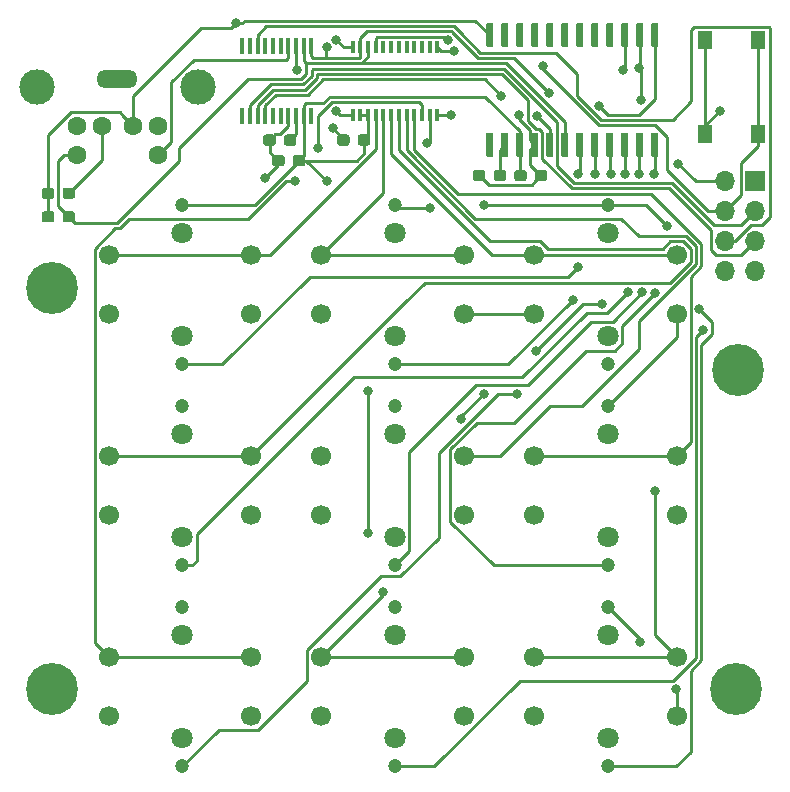
<source format=gbr>
G04 #@! TF.GenerationSoftware,KiCad,Pcbnew,5.1.2-f72e74a~84~ubuntu18.04.1*
G04 #@! TF.CreationDate,2019-07-30T17:21:04-04:00*
G04 #@! TF.ProjectId,kvm-keypad,6b766d2d-6b65-4797-9061-642e6b696361,rev?*
G04 #@! TF.SameCoordinates,Original*
G04 #@! TF.FileFunction,Copper,L1,Top*
G04 #@! TF.FilePolarity,Positive*
%FSLAX46Y46*%
G04 Gerber Fmt 4.6, Leading zero omitted, Abs format (unit mm)*
G04 Created by KiCad (PCBNEW 5.1.2-f72e74a~84~ubuntu18.04.1) date 2019-07-30 17:21:04*
%MOMM*%
%LPD*%
G04 APERTURE LIST*
%ADD10C,4.400000*%
%ADD11C,0.700000*%
%ADD12C,0.100000*%
%ADD13C,0.950000*%
%ADD14O,1.700000X1.700000*%
%ADD15R,1.700000X1.700000*%
%ADD16C,1.600000*%
%ADD17C,3.000000*%
%ADD18O,3.500000X1.500000*%
%ADD19R,1.300000X1.550000*%
%ADD20C,1.800000*%
%ADD21C,1.200000*%
%ADD22C,1.700000*%
%ADD23R,0.450000X1.450000*%
%ADD24R,0.400000X1.100000*%
%ADD25C,0.600000*%
%ADD26C,0.800000*%
%ADD27C,0.250000*%
G04 APERTURE END LIST*
D10*
X91500000Y-60000000D03*
D11*
X93150000Y-60000000D03*
X92666726Y-61166726D03*
X91500000Y-61650000D03*
X90333274Y-61166726D03*
X89850000Y-60000000D03*
X90333274Y-58833274D03*
X91500000Y-58350000D03*
X92666726Y-58833274D03*
X92500000Y-85833274D03*
X91333274Y-85350000D03*
X90166548Y-85833274D03*
X89683274Y-87000000D03*
X90166548Y-88166726D03*
X91333274Y-88650000D03*
X92500000Y-88166726D03*
X92983274Y-87000000D03*
D10*
X91333274Y-87000000D03*
X33500000Y-87000000D03*
D11*
X35150000Y-87000000D03*
X34666726Y-88166726D03*
X33500000Y-88650000D03*
X32333274Y-88166726D03*
X31850000Y-87000000D03*
X32333274Y-85833274D03*
X33500000Y-85350000D03*
X34666726Y-85833274D03*
X34666726Y-51833274D03*
X33500000Y-51350000D03*
X32333274Y-51833274D03*
X31850000Y-53000000D03*
X32333274Y-54166726D03*
X33500000Y-54650000D03*
X34666726Y-54166726D03*
X35150000Y-53000000D03*
D10*
X33500000Y-53000000D03*
D12*
G36*
X52185779Y-40026144D02*
G01*
X52208834Y-40029563D01*
X52231443Y-40035227D01*
X52253387Y-40043079D01*
X52274457Y-40053044D01*
X52294448Y-40065026D01*
X52313168Y-40078910D01*
X52330438Y-40094562D01*
X52346090Y-40111832D01*
X52359974Y-40130552D01*
X52371956Y-40150543D01*
X52381921Y-40171613D01*
X52389773Y-40193557D01*
X52395437Y-40216166D01*
X52398856Y-40239221D01*
X52400000Y-40262500D01*
X52400000Y-40737500D01*
X52398856Y-40760779D01*
X52395437Y-40783834D01*
X52389773Y-40806443D01*
X52381921Y-40828387D01*
X52371956Y-40849457D01*
X52359974Y-40869448D01*
X52346090Y-40888168D01*
X52330438Y-40905438D01*
X52313168Y-40921090D01*
X52294448Y-40934974D01*
X52274457Y-40946956D01*
X52253387Y-40956921D01*
X52231443Y-40964773D01*
X52208834Y-40970437D01*
X52185779Y-40973856D01*
X52162500Y-40975000D01*
X51587500Y-40975000D01*
X51564221Y-40973856D01*
X51541166Y-40970437D01*
X51518557Y-40964773D01*
X51496613Y-40956921D01*
X51475543Y-40946956D01*
X51455552Y-40934974D01*
X51436832Y-40921090D01*
X51419562Y-40905438D01*
X51403910Y-40888168D01*
X51390026Y-40869448D01*
X51378044Y-40849457D01*
X51368079Y-40828387D01*
X51360227Y-40806443D01*
X51354563Y-40783834D01*
X51351144Y-40760779D01*
X51350000Y-40737500D01*
X51350000Y-40262500D01*
X51351144Y-40239221D01*
X51354563Y-40216166D01*
X51360227Y-40193557D01*
X51368079Y-40171613D01*
X51378044Y-40150543D01*
X51390026Y-40130552D01*
X51403910Y-40111832D01*
X51419562Y-40094562D01*
X51436832Y-40078910D01*
X51455552Y-40065026D01*
X51475543Y-40053044D01*
X51496613Y-40043079D01*
X51518557Y-40035227D01*
X51541166Y-40029563D01*
X51564221Y-40026144D01*
X51587500Y-40025000D01*
X52162500Y-40025000D01*
X52185779Y-40026144D01*
X52185779Y-40026144D01*
G37*
D13*
X51875000Y-40500000D03*
D12*
G36*
X53935779Y-40026144D02*
G01*
X53958834Y-40029563D01*
X53981443Y-40035227D01*
X54003387Y-40043079D01*
X54024457Y-40053044D01*
X54044448Y-40065026D01*
X54063168Y-40078910D01*
X54080438Y-40094562D01*
X54096090Y-40111832D01*
X54109974Y-40130552D01*
X54121956Y-40150543D01*
X54131921Y-40171613D01*
X54139773Y-40193557D01*
X54145437Y-40216166D01*
X54148856Y-40239221D01*
X54150000Y-40262500D01*
X54150000Y-40737500D01*
X54148856Y-40760779D01*
X54145437Y-40783834D01*
X54139773Y-40806443D01*
X54131921Y-40828387D01*
X54121956Y-40849457D01*
X54109974Y-40869448D01*
X54096090Y-40888168D01*
X54080438Y-40905438D01*
X54063168Y-40921090D01*
X54044448Y-40934974D01*
X54024457Y-40946956D01*
X54003387Y-40956921D01*
X53981443Y-40964773D01*
X53958834Y-40970437D01*
X53935779Y-40973856D01*
X53912500Y-40975000D01*
X53337500Y-40975000D01*
X53314221Y-40973856D01*
X53291166Y-40970437D01*
X53268557Y-40964773D01*
X53246613Y-40956921D01*
X53225543Y-40946956D01*
X53205552Y-40934974D01*
X53186832Y-40921090D01*
X53169562Y-40905438D01*
X53153910Y-40888168D01*
X53140026Y-40869448D01*
X53128044Y-40849457D01*
X53118079Y-40828387D01*
X53110227Y-40806443D01*
X53104563Y-40783834D01*
X53101144Y-40760779D01*
X53100000Y-40737500D01*
X53100000Y-40262500D01*
X53101144Y-40239221D01*
X53104563Y-40216166D01*
X53110227Y-40193557D01*
X53118079Y-40171613D01*
X53128044Y-40150543D01*
X53140026Y-40130552D01*
X53153910Y-40111832D01*
X53169562Y-40094562D01*
X53186832Y-40078910D01*
X53205552Y-40065026D01*
X53225543Y-40053044D01*
X53246613Y-40043079D01*
X53268557Y-40035227D01*
X53291166Y-40029563D01*
X53314221Y-40026144D01*
X53337500Y-40025000D01*
X53912500Y-40025000D01*
X53935779Y-40026144D01*
X53935779Y-40026144D01*
G37*
D13*
X53625000Y-40500000D03*
D12*
G36*
X54685779Y-41776144D02*
G01*
X54708834Y-41779563D01*
X54731443Y-41785227D01*
X54753387Y-41793079D01*
X54774457Y-41803044D01*
X54794448Y-41815026D01*
X54813168Y-41828910D01*
X54830438Y-41844562D01*
X54846090Y-41861832D01*
X54859974Y-41880552D01*
X54871956Y-41900543D01*
X54881921Y-41921613D01*
X54889773Y-41943557D01*
X54895437Y-41966166D01*
X54898856Y-41989221D01*
X54900000Y-42012500D01*
X54900000Y-42487500D01*
X54898856Y-42510779D01*
X54895437Y-42533834D01*
X54889773Y-42556443D01*
X54881921Y-42578387D01*
X54871956Y-42599457D01*
X54859974Y-42619448D01*
X54846090Y-42638168D01*
X54830438Y-42655438D01*
X54813168Y-42671090D01*
X54794448Y-42684974D01*
X54774457Y-42696956D01*
X54753387Y-42706921D01*
X54731443Y-42714773D01*
X54708834Y-42720437D01*
X54685779Y-42723856D01*
X54662500Y-42725000D01*
X54087500Y-42725000D01*
X54064221Y-42723856D01*
X54041166Y-42720437D01*
X54018557Y-42714773D01*
X53996613Y-42706921D01*
X53975543Y-42696956D01*
X53955552Y-42684974D01*
X53936832Y-42671090D01*
X53919562Y-42655438D01*
X53903910Y-42638168D01*
X53890026Y-42619448D01*
X53878044Y-42599457D01*
X53868079Y-42578387D01*
X53860227Y-42556443D01*
X53854563Y-42533834D01*
X53851144Y-42510779D01*
X53850000Y-42487500D01*
X53850000Y-42012500D01*
X53851144Y-41989221D01*
X53854563Y-41966166D01*
X53860227Y-41943557D01*
X53868079Y-41921613D01*
X53878044Y-41900543D01*
X53890026Y-41880552D01*
X53903910Y-41861832D01*
X53919562Y-41844562D01*
X53936832Y-41828910D01*
X53955552Y-41815026D01*
X53975543Y-41803044D01*
X53996613Y-41793079D01*
X54018557Y-41785227D01*
X54041166Y-41779563D01*
X54064221Y-41776144D01*
X54087500Y-41775000D01*
X54662500Y-41775000D01*
X54685779Y-41776144D01*
X54685779Y-41776144D01*
G37*
D13*
X54375000Y-42250000D03*
D12*
G36*
X52935779Y-41776144D02*
G01*
X52958834Y-41779563D01*
X52981443Y-41785227D01*
X53003387Y-41793079D01*
X53024457Y-41803044D01*
X53044448Y-41815026D01*
X53063168Y-41828910D01*
X53080438Y-41844562D01*
X53096090Y-41861832D01*
X53109974Y-41880552D01*
X53121956Y-41900543D01*
X53131921Y-41921613D01*
X53139773Y-41943557D01*
X53145437Y-41966166D01*
X53148856Y-41989221D01*
X53150000Y-42012500D01*
X53150000Y-42487500D01*
X53148856Y-42510779D01*
X53145437Y-42533834D01*
X53139773Y-42556443D01*
X53131921Y-42578387D01*
X53121956Y-42599457D01*
X53109974Y-42619448D01*
X53096090Y-42638168D01*
X53080438Y-42655438D01*
X53063168Y-42671090D01*
X53044448Y-42684974D01*
X53024457Y-42696956D01*
X53003387Y-42706921D01*
X52981443Y-42714773D01*
X52958834Y-42720437D01*
X52935779Y-42723856D01*
X52912500Y-42725000D01*
X52337500Y-42725000D01*
X52314221Y-42723856D01*
X52291166Y-42720437D01*
X52268557Y-42714773D01*
X52246613Y-42706921D01*
X52225543Y-42696956D01*
X52205552Y-42684974D01*
X52186832Y-42671090D01*
X52169562Y-42655438D01*
X52153910Y-42638168D01*
X52140026Y-42619448D01*
X52128044Y-42599457D01*
X52118079Y-42578387D01*
X52110227Y-42556443D01*
X52104563Y-42533834D01*
X52101144Y-42510779D01*
X52100000Y-42487500D01*
X52100000Y-42012500D01*
X52101144Y-41989221D01*
X52104563Y-41966166D01*
X52110227Y-41943557D01*
X52118079Y-41921613D01*
X52128044Y-41900543D01*
X52140026Y-41880552D01*
X52153910Y-41861832D01*
X52169562Y-41844562D01*
X52186832Y-41828910D01*
X52205552Y-41815026D01*
X52225543Y-41803044D01*
X52246613Y-41793079D01*
X52268557Y-41785227D01*
X52291166Y-41779563D01*
X52314221Y-41776144D01*
X52337500Y-41775000D01*
X52912500Y-41775000D01*
X52935779Y-41776144D01*
X52935779Y-41776144D01*
G37*
D13*
X52625000Y-42250000D03*
D12*
G36*
X60185779Y-40026144D02*
G01*
X60208834Y-40029563D01*
X60231443Y-40035227D01*
X60253387Y-40043079D01*
X60274457Y-40053044D01*
X60294448Y-40065026D01*
X60313168Y-40078910D01*
X60330438Y-40094562D01*
X60346090Y-40111832D01*
X60359974Y-40130552D01*
X60371956Y-40150543D01*
X60381921Y-40171613D01*
X60389773Y-40193557D01*
X60395437Y-40216166D01*
X60398856Y-40239221D01*
X60400000Y-40262500D01*
X60400000Y-40737500D01*
X60398856Y-40760779D01*
X60395437Y-40783834D01*
X60389773Y-40806443D01*
X60381921Y-40828387D01*
X60371956Y-40849457D01*
X60359974Y-40869448D01*
X60346090Y-40888168D01*
X60330438Y-40905438D01*
X60313168Y-40921090D01*
X60294448Y-40934974D01*
X60274457Y-40946956D01*
X60253387Y-40956921D01*
X60231443Y-40964773D01*
X60208834Y-40970437D01*
X60185779Y-40973856D01*
X60162500Y-40975000D01*
X59587500Y-40975000D01*
X59564221Y-40973856D01*
X59541166Y-40970437D01*
X59518557Y-40964773D01*
X59496613Y-40956921D01*
X59475543Y-40946956D01*
X59455552Y-40934974D01*
X59436832Y-40921090D01*
X59419562Y-40905438D01*
X59403910Y-40888168D01*
X59390026Y-40869448D01*
X59378044Y-40849457D01*
X59368079Y-40828387D01*
X59360227Y-40806443D01*
X59354563Y-40783834D01*
X59351144Y-40760779D01*
X59350000Y-40737500D01*
X59350000Y-40262500D01*
X59351144Y-40239221D01*
X59354563Y-40216166D01*
X59360227Y-40193557D01*
X59368079Y-40171613D01*
X59378044Y-40150543D01*
X59390026Y-40130552D01*
X59403910Y-40111832D01*
X59419562Y-40094562D01*
X59436832Y-40078910D01*
X59455552Y-40065026D01*
X59475543Y-40053044D01*
X59496613Y-40043079D01*
X59518557Y-40035227D01*
X59541166Y-40029563D01*
X59564221Y-40026144D01*
X59587500Y-40025000D01*
X60162500Y-40025000D01*
X60185779Y-40026144D01*
X60185779Y-40026144D01*
G37*
D13*
X59875000Y-40500000D03*
D12*
G36*
X58435779Y-40026144D02*
G01*
X58458834Y-40029563D01*
X58481443Y-40035227D01*
X58503387Y-40043079D01*
X58524457Y-40053044D01*
X58544448Y-40065026D01*
X58563168Y-40078910D01*
X58580438Y-40094562D01*
X58596090Y-40111832D01*
X58609974Y-40130552D01*
X58621956Y-40150543D01*
X58631921Y-40171613D01*
X58639773Y-40193557D01*
X58645437Y-40216166D01*
X58648856Y-40239221D01*
X58650000Y-40262500D01*
X58650000Y-40737500D01*
X58648856Y-40760779D01*
X58645437Y-40783834D01*
X58639773Y-40806443D01*
X58631921Y-40828387D01*
X58621956Y-40849457D01*
X58609974Y-40869448D01*
X58596090Y-40888168D01*
X58580438Y-40905438D01*
X58563168Y-40921090D01*
X58544448Y-40934974D01*
X58524457Y-40946956D01*
X58503387Y-40956921D01*
X58481443Y-40964773D01*
X58458834Y-40970437D01*
X58435779Y-40973856D01*
X58412500Y-40975000D01*
X57837500Y-40975000D01*
X57814221Y-40973856D01*
X57791166Y-40970437D01*
X57768557Y-40964773D01*
X57746613Y-40956921D01*
X57725543Y-40946956D01*
X57705552Y-40934974D01*
X57686832Y-40921090D01*
X57669562Y-40905438D01*
X57653910Y-40888168D01*
X57640026Y-40869448D01*
X57628044Y-40849457D01*
X57618079Y-40828387D01*
X57610227Y-40806443D01*
X57604563Y-40783834D01*
X57601144Y-40760779D01*
X57600000Y-40737500D01*
X57600000Y-40262500D01*
X57601144Y-40239221D01*
X57604563Y-40216166D01*
X57610227Y-40193557D01*
X57618079Y-40171613D01*
X57628044Y-40150543D01*
X57640026Y-40130552D01*
X57653910Y-40111832D01*
X57669562Y-40094562D01*
X57686832Y-40078910D01*
X57705552Y-40065026D01*
X57725543Y-40053044D01*
X57746613Y-40043079D01*
X57768557Y-40035227D01*
X57791166Y-40029563D01*
X57814221Y-40026144D01*
X57837500Y-40025000D01*
X58412500Y-40025000D01*
X58435779Y-40026144D01*
X58435779Y-40026144D01*
G37*
D13*
X58125000Y-40500000D03*
D12*
G36*
X75185779Y-43026144D02*
G01*
X75208834Y-43029563D01*
X75231443Y-43035227D01*
X75253387Y-43043079D01*
X75274457Y-43053044D01*
X75294448Y-43065026D01*
X75313168Y-43078910D01*
X75330438Y-43094562D01*
X75346090Y-43111832D01*
X75359974Y-43130552D01*
X75371956Y-43150543D01*
X75381921Y-43171613D01*
X75389773Y-43193557D01*
X75395437Y-43216166D01*
X75398856Y-43239221D01*
X75400000Y-43262500D01*
X75400000Y-43737500D01*
X75398856Y-43760779D01*
X75395437Y-43783834D01*
X75389773Y-43806443D01*
X75381921Y-43828387D01*
X75371956Y-43849457D01*
X75359974Y-43869448D01*
X75346090Y-43888168D01*
X75330438Y-43905438D01*
X75313168Y-43921090D01*
X75294448Y-43934974D01*
X75274457Y-43946956D01*
X75253387Y-43956921D01*
X75231443Y-43964773D01*
X75208834Y-43970437D01*
X75185779Y-43973856D01*
X75162500Y-43975000D01*
X74587500Y-43975000D01*
X74564221Y-43973856D01*
X74541166Y-43970437D01*
X74518557Y-43964773D01*
X74496613Y-43956921D01*
X74475543Y-43946956D01*
X74455552Y-43934974D01*
X74436832Y-43921090D01*
X74419562Y-43905438D01*
X74403910Y-43888168D01*
X74390026Y-43869448D01*
X74378044Y-43849457D01*
X74368079Y-43828387D01*
X74360227Y-43806443D01*
X74354563Y-43783834D01*
X74351144Y-43760779D01*
X74350000Y-43737500D01*
X74350000Y-43262500D01*
X74351144Y-43239221D01*
X74354563Y-43216166D01*
X74360227Y-43193557D01*
X74368079Y-43171613D01*
X74378044Y-43150543D01*
X74390026Y-43130552D01*
X74403910Y-43111832D01*
X74419562Y-43094562D01*
X74436832Y-43078910D01*
X74455552Y-43065026D01*
X74475543Y-43053044D01*
X74496613Y-43043079D01*
X74518557Y-43035227D01*
X74541166Y-43029563D01*
X74564221Y-43026144D01*
X74587500Y-43025000D01*
X75162500Y-43025000D01*
X75185779Y-43026144D01*
X75185779Y-43026144D01*
G37*
D13*
X74875000Y-43500000D03*
D12*
G36*
X73435779Y-43026144D02*
G01*
X73458834Y-43029563D01*
X73481443Y-43035227D01*
X73503387Y-43043079D01*
X73524457Y-43053044D01*
X73544448Y-43065026D01*
X73563168Y-43078910D01*
X73580438Y-43094562D01*
X73596090Y-43111832D01*
X73609974Y-43130552D01*
X73621956Y-43150543D01*
X73631921Y-43171613D01*
X73639773Y-43193557D01*
X73645437Y-43216166D01*
X73648856Y-43239221D01*
X73650000Y-43262500D01*
X73650000Y-43737500D01*
X73648856Y-43760779D01*
X73645437Y-43783834D01*
X73639773Y-43806443D01*
X73631921Y-43828387D01*
X73621956Y-43849457D01*
X73609974Y-43869448D01*
X73596090Y-43888168D01*
X73580438Y-43905438D01*
X73563168Y-43921090D01*
X73544448Y-43934974D01*
X73524457Y-43946956D01*
X73503387Y-43956921D01*
X73481443Y-43964773D01*
X73458834Y-43970437D01*
X73435779Y-43973856D01*
X73412500Y-43975000D01*
X72837500Y-43975000D01*
X72814221Y-43973856D01*
X72791166Y-43970437D01*
X72768557Y-43964773D01*
X72746613Y-43956921D01*
X72725543Y-43946956D01*
X72705552Y-43934974D01*
X72686832Y-43921090D01*
X72669562Y-43905438D01*
X72653910Y-43888168D01*
X72640026Y-43869448D01*
X72628044Y-43849457D01*
X72618079Y-43828387D01*
X72610227Y-43806443D01*
X72604563Y-43783834D01*
X72601144Y-43760779D01*
X72600000Y-43737500D01*
X72600000Y-43262500D01*
X72601144Y-43239221D01*
X72604563Y-43216166D01*
X72610227Y-43193557D01*
X72618079Y-43171613D01*
X72628044Y-43150543D01*
X72640026Y-43130552D01*
X72653910Y-43111832D01*
X72669562Y-43094562D01*
X72686832Y-43078910D01*
X72705552Y-43065026D01*
X72725543Y-43053044D01*
X72746613Y-43043079D01*
X72768557Y-43035227D01*
X72791166Y-43029563D01*
X72814221Y-43026144D01*
X72837500Y-43025000D01*
X73412500Y-43025000D01*
X73435779Y-43026144D01*
X73435779Y-43026144D01*
G37*
D13*
X73125000Y-43500000D03*
D14*
X90460000Y-51620000D03*
X93000000Y-51620000D03*
X90460000Y-49080000D03*
X93000000Y-49080000D03*
X90460000Y-46540000D03*
X93000000Y-46540000D03*
X90460000Y-44000000D03*
D15*
X93000000Y-44000000D03*
D16*
X37700000Y-39280000D03*
X37700000Y-39280000D03*
X40300000Y-39280000D03*
X35600000Y-39280000D03*
X42400000Y-39280000D03*
X42400000Y-41780000D03*
X35600000Y-41780000D03*
D17*
X45850000Y-36000000D03*
X32150000Y-36000000D03*
D18*
X39000000Y-35350000D03*
D12*
G36*
X33435779Y-44526144D02*
G01*
X33458834Y-44529563D01*
X33481443Y-44535227D01*
X33503387Y-44543079D01*
X33524457Y-44553044D01*
X33544448Y-44565026D01*
X33563168Y-44578910D01*
X33580438Y-44594562D01*
X33596090Y-44611832D01*
X33609974Y-44630552D01*
X33621956Y-44650543D01*
X33631921Y-44671613D01*
X33639773Y-44693557D01*
X33645437Y-44716166D01*
X33648856Y-44739221D01*
X33650000Y-44762500D01*
X33650000Y-45237500D01*
X33648856Y-45260779D01*
X33645437Y-45283834D01*
X33639773Y-45306443D01*
X33631921Y-45328387D01*
X33621956Y-45349457D01*
X33609974Y-45369448D01*
X33596090Y-45388168D01*
X33580438Y-45405438D01*
X33563168Y-45421090D01*
X33544448Y-45434974D01*
X33524457Y-45446956D01*
X33503387Y-45456921D01*
X33481443Y-45464773D01*
X33458834Y-45470437D01*
X33435779Y-45473856D01*
X33412500Y-45475000D01*
X32837500Y-45475000D01*
X32814221Y-45473856D01*
X32791166Y-45470437D01*
X32768557Y-45464773D01*
X32746613Y-45456921D01*
X32725543Y-45446956D01*
X32705552Y-45434974D01*
X32686832Y-45421090D01*
X32669562Y-45405438D01*
X32653910Y-45388168D01*
X32640026Y-45369448D01*
X32628044Y-45349457D01*
X32618079Y-45328387D01*
X32610227Y-45306443D01*
X32604563Y-45283834D01*
X32601144Y-45260779D01*
X32600000Y-45237500D01*
X32600000Y-44762500D01*
X32601144Y-44739221D01*
X32604563Y-44716166D01*
X32610227Y-44693557D01*
X32618079Y-44671613D01*
X32628044Y-44650543D01*
X32640026Y-44630552D01*
X32653910Y-44611832D01*
X32669562Y-44594562D01*
X32686832Y-44578910D01*
X32705552Y-44565026D01*
X32725543Y-44553044D01*
X32746613Y-44543079D01*
X32768557Y-44535227D01*
X32791166Y-44529563D01*
X32814221Y-44526144D01*
X32837500Y-44525000D01*
X33412500Y-44525000D01*
X33435779Y-44526144D01*
X33435779Y-44526144D01*
G37*
D13*
X33125000Y-45000000D03*
D12*
G36*
X35185779Y-44526144D02*
G01*
X35208834Y-44529563D01*
X35231443Y-44535227D01*
X35253387Y-44543079D01*
X35274457Y-44553044D01*
X35294448Y-44565026D01*
X35313168Y-44578910D01*
X35330438Y-44594562D01*
X35346090Y-44611832D01*
X35359974Y-44630552D01*
X35371956Y-44650543D01*
X35381921Y-44671613D01*
X35389773Y-44693557D01*
X35395437Y-44716166D01*
X35398856Y-44739221D01*
X35400000Y-44762500D01*
X35400000Y-45237500D01*
X35398856Y-45260779D01*
X35395437Y-45283834D01*
X35389773Y-45306443D01*
X35381921Y-45328387D01*
X35371956Y-45349457D01*
X35359974Y-45369448D01*
X35346090Y-45388168D01*
X35330438Y-45405438D01*
X35313168Y-45421090D01*
X35294448Y-45434974D01*
X35274457Y-45446956D01*
X35253387Y-45456921D01*
X35231443Y-45464773D01*
X35208834Y-45470437D01*
X35185779Y-45473856D01*
X35162500Y-45475000D01*
X34587500Y-45475000D01*
X34564221Y-45473856D01*
X34541166Y-45470437D01*
X34518557Y-45464773D01*
X34496613Y-45456921D01*
X34475543Y-45446956D01*
X34455552Y-45434974D01*
X34436832Y-45421090D01*
X34419562Y-45405438D01*
X34403910Y-45388168D01*
X34390026Y-45369448D01*
X34378044Y-45349457D01*
X34368079Y-45328387D01*
X34360227Y-45306443D01*
X34354563Y-45283834D01*
X34351144Y-45260779D01*
X34350000Y-45237500D01*
X34350000Y-44762500D01*
X34351144Y-44739221D01*
X34354563Y-44716166D01*
X34360227Y-44693557D01*
X34368079Y-44671613D01*
X34378044Y-44650543D01*
X34390026Y-44630552D01*
X34403910Y-44611832D01*
X34419562Y-44594562D01*
X34436832Y-44578910D01*
X34455552Y-44565026D01*
X34475543Y-44553044D01*
X34496613Y-44543079D01*
X34518557Y-44535227D01*
X34541166Y-44529563D01*
X34564221Y-44526144D01*
X34587500Y-44525000D01*
X35162500Y-44525000D01*
X35185779Y-44526144D01*
X35185779Y-44526144D01*
G37*
D13*
X34875000Y-45000000D03*
D12*
G36*
X35185779Y-46526144D02*
G01*
X35208834Y-46529563D01*
X35231443Y-46535227D01*
X35253387Y-46543079D01*
X35274457Y-46553044D01*
X35294448Y-46565026D01*
X35313168Y-46578910D01*
X35330438Y-46594562D01*
X35346090Y-46611832D01*
X35359974Y-46630552D01*
X35371956Y-46650543D01*
X35381921Y-46671613D01*
X35389773Y-46693557D01*
X35395437Y-46716166D01*
X35398856Y-46739221D01*
X35400000Y-46762500D01*
X35400000Y-47237500D01*
X35398856Y-47260779D01*
X35395437Y-47283834D01*
X35389773Y-47306443D01*
X35381921Y-47328387D01*
X35371956Y-47349457D01*
X35359974Y-47369448D01*
X35346090Y-47388168D01*
X35330438Y-47405438D01*
X35313168Y-47421090D01*
X35294448Y-47434974D01*
X35274457Y-47446956D01*
X35253387Y-47456921D01*
X35231443Y-47464773D01*
X35208834Y-47470437D01*
X35185779Y-47473856D01*
X35162500Y-47475000D01*
X34587500Y-47475000D01*
X34564221Y-47473856D01*
X34541166Y-47470437D01*
X34518557Y-47464773D01*
X34496613Y-47456921D01*
X34475543Y-47446956D01*
X34455552Y-47434974D01*
X34436832Y-47421090D01*
X34419562Y-47405438D01*
X34403910Y-47388168D01*
X34390026Y-47369448D01*
X34378044Y-47349457D01*
X34368079Y-47328387D01*
X34360227Y-47306443D01*
X34354563Y-47283834D01*
X34351144Y-47260779D01*
X34350000Y-47237500D01*
X34350000Y-46762500D01*
X34351144Y-46739221D01*
X34354563Y-46716166D01*
X34360227Y-46693557D01*
X34368079Y-46671613D01*
X34378044Y-46650543D01*
X34390026Y-46630552D01*
X34403910Y-46611832D01*
X34419562Y-46594562D01*
X34436832Y-46578910D01*
X34455552Y-46565026D01*
X34475543Y-46553044D01*
X34496613Y-46543079D01*
X34518557Y-46535227D01*
X34541166Y-46529563D01*
X34564221Y-46526144D01*
X34587500Y-46525000D01*
X35162500Y-46525000D01*
X35185779Y-46526144D01*
X35185779Y-46526144D01*
G37*
D13*
X34875000Y-47000000D03*
D12*
G36*
X33435779Y-46526144D02*
G01*
X33458834Y-46529563D01*
X33481443Y-46535227D01*
X33503387Y-46543079D01*
X33524457Y-46553044D01*
X33544448Y-46565026D01*
X33563168Y-46578910D01*
X33580438Y-46594562D01*
X33596090Y-46611832D01*
X33609974Y-46630552D01*
X33621956Y-46650543D01*
X33631921Y-46671613D01*
X33639773Y-46693557D01*
X33645437Y-46716166D01*
X33648856Y-46739221D01*
X33650000Y-46762500D01*
X33650000Y-47237500D01*
X33648856Y-47260779D01*
X33645437Y-47283834D01*
X33639773Y-47306443D01*
X33631921Y-47328387D01*
X33621956Y-47349457D01*
X33609974Y-47369448D01*
X33596090Y-47388168D01*
X33580438Y-47405438D01*
X33563168Y-47421090D01*
X33544448Y-47434974D01*
X33524457Y-47446956D01*
X33503387Y-47456921D01*
X33481443Y-47464773D01*
X33458834Y-47470437D01*
X33435779Y-47473856D01*
X33412500Y-47475000D01*
X32837500Y-47475000D01*
X32814221Y-47473856D01*
X32791166Y-47470437D01*
X32768557Y-47464773D01*
X32746613Y-47456921D01*
X32725543Y-47446956D01*
X32705552Y-47434974D01*
X32686832Y-47421090D01*
X32669562Y-47405438D01*
X32653910Y-47388168D01*
X32640026Y-47369448D01*
X32628044Y-47349457D01*
X32618079Y-47328387D01*
X32610227Y-47306443D01*
X32604563Y-47283834D01*
X32601144Y-47260779D01*
X32600000Y-47237500D01*
X32600000Y-46762500D01*
X32601144Y-46739221D01*
X32604563Y-46716166D01*
X32610227Y-46693557D01*
X32618079Y-46671613D01*
X32628044Y-46650543D01*
X32640026Y-46630552D01*
X32653910Y-46611832D01*
X32669562Y-46594562D01*
X32686832Y-46578910D01*
X32705552Y-46565026D01*
X32725543Y-46553044D01*
X32746613Y-46543079D01*
X32768557Y-46535227D01*
X32791166Y-46529563D01*
X32814221Y-46526144D01*
X32837500Y-46525000D01*
X33412500Y-46525000D01*
X33435779Y-46526144D01*
X33435779Y-46526144D01*
G37*
D13*
X33125000Y-47000000D03*
D12*
G36*
X71685779Y-43026144D02*
G01*
X71708834Y-43029563D01*
X71731443Y-43035227D01*
X71753387Y-43043079D01*
X71774457Y-43053044D01*
X71794448Y-43065026D01*
X71813168Y-43078910D01*
X71830438Y-43094562D01*
X71846090Y-43111832D01*
X71859974Y-43130552D01*
X71871956Y-43150543D01*
X71881921Y-43171613D01*
X71889773Y-43193557D01*
X71895437Y-43216166D01*
X71898856Y-43239221D01*
X71900000Y-43262500D01*
X71900000Y-43737500D01*
X71898856Y-43760779D01*
X71895437Y-43783834D01*
X71889773Y-43806443D01*
X71881921Y-43828387D01*
X71871956Y-43849457D01*
X71859974Y-43869448D01*
X71846090Y-43888168D01*
X71830438Y-43905438D01*
X71813168Y-43921090D01*
X71794448Y-43934974D01*
X71774457Y-43946956D01*
X71753387Y-43956921D01*
X71731443Y-43964773D01*
X71708834Y-43970437D01*
X71685779Y-43973856D01*
X71662500Y-43975000D01*
X71087500Y-43975000D01*
X71064221Y-43973856D01*
X71041166Y-43970437D01*
X71018557Y-43964773D01*
X70996613Y-43956921D01*
X70975543Y-43946956D01*
X70955552Y-43934974D01*
X70936832Y-43921090D01*
X70919562Y-43905438D01*
X70903910Y-43888168D01*
X70890026Y-43869448D01*
X70878044Y-43849457D01*
X70868079Y-43828387D01*
X70860227Y-43806443D01*
X70854563Y-43783834D01*
X70851144Y-43760779D01*
X70850000Y-43737500D01*
X70850000Y-43262500D01*
X70851144Y-43239221D01*
X70854563Y-43216166D01*
X70860227Y-43193557D01*
X70868079Y-43171613D01*
X70878044Y-43150543D01*
X70890026Y-43130552D01*
X70903910Y-43111832D01*
X70919562Y-43094562D01*
X70936832Y-43078910D01*
X70955552Y-43065026D01*
X70975543Y-43053044D01*
X70996613Y-43043079D01*
X71018557Y-43035227D01*
X71041166Y-43029563D01*
X71064221Y-43026144D01*
X71087500Y-43025000D01*
X71662500Y-43025000D01*
X71685779Y-43026144D01*
X71685779Y-43026144D01*
G37*
D13*
X71375000Y-43500000D03*
D12*
G36*
X69935779Y-43026144D02*
G01*
X69958834Y-43029563D01*
X69981443Y-43035227D01*
X70003387Y-43043079D01*
X70024457Y-43053044D01*
X70044448Y-43065026D01*
X70063168Y-43078910D01*
X70080438Y-43094562D01*
X70096090Y-43111832D01*
X70109974Y-43130552D01*
X70121956Y-43150543D01*
X70131921Y-43171613D01*
X70139773Y-43193557D01*
X70145437Y-43216166D01*
X70148856Y-43239221D01*
X70150000Y-43262500D01*
X70150000Y-43737500D01*
X70148856Y-43760779D01*
X70145437Y-43783834D01*
X70139773Y-43806443D01*
X70131921Y-43828387D01*
X70121956Y-43849457D01*
X70109974Y-43869448D01*
X70096090Y-43888168D01*
X70080438Y-43905438D01*
X70063168Y-43921090D01*
X70044448Y-43934974D01*
X70024457Y-43946956D01*
X70003387Y-43956921D01*
X69981443Y-43964773D01*
X69958834Y-43970437D01*
X69935779Y-43973856D01*
X69912500Y-43975000D01*
X69337500Y-43975000D01*
X69314221Y-43973856D01*
X69291166Y-43970437D01*
X69268557Y-43964773D01*
X69246613Y-43956921D01*
X69225543Y-43946956D01*
X69205552Y-43934974D01*
X69186832Y-43921090D01*
X69169562Y-43905438D01*
X69153910Y-43888168D01*
X69140026Y-43869448D01*
X69128044Y-43849457D01*
X69118079Y-43828387D01*
X69110227Y-43806443D01*
X69104563Y-43783834D01*
X69101144Y-43760779D01*
X69100000Y-43737500D01*
X69100000Y-43262500D01*
X69101144Y-43239221D01*
X69104563Y-43216166D01*
X69110227Y-43193557D01*
X69118079Y-43171613D01*
X69128044Y-43150543D01*
X69140026Y-43130552D01*
X69153910Y-43111832D01*
X69169562Y-43094562D01*
X69186832Y-43078910D01*
X69205552Y-43065026D01*
X69225543Y-43053044D01*
X69246613Y-43043079D01*
X69268557Y-43035227D01*
X69291166Y-43029563D01*
X69314221Y-43026144D01*
X69337500Y-43025000D01*
X69912500Y-43025000D01*
X69935779Y-43026144D01*
X69935779Y-43026144D01*
G37*
D13*
X69625000Y-43500000D03*
D19*
X93250000Y-39975000D03*
X88750000Y-39975000D03*
X88750000Y-32025000D03*
X93250000Y-32025000D03*
D20*
X44500000Y-48400000D03*
X44500000Y-57100000D03*
D21*
X44500000Y-46000000D03*
X44500000Y-59500000D03*
D22*
X50350000Y-50250000D03*
X50350000Y-55250000D03*
X38250000Y-50250000D03*
X38250000Y-55250000D03*
X38250000Y-72250000D03*
X38250000Y-67250000D03*
X50350000Y-72250000D03*
X50350000Y-67250000D03*
D21*
X44500000Y-76500000D03*
X44500000Y-63000000D03*
D20*
X44500000Y-74100000D03*
X44500000Y-65400000D03*
D22*
X38250000Y-89250000D03*
X38250000Y-84250000D03*
X50350000Y-89250000D03*
X50350000Y-84250000D03*
D21*
X44500000Y-93500000D03*
X44500000Y-80000000D03*
D20*
X44500000Y-91100000D03*
X44500000Y-82400000D03*
D22*
X56250000Y-55250000D03*
X56250000Y-50250000D03*
X68350000Y-55250000D03*
X68350000Y-50250000D03*
D21*
X62500000Y-59500000D03*
X62500000Y-46000000D03*
D20*
X62500000Y-57100000D03*
X62500000Y-48400000D03*
X62500000Y-65400000D03*
X62500000Y-74100000D03*
D21*
X62500000Y-63000000D03*
X62500000Y-76500000D03*
D22*
X68350000Y-67250000D03*
X68350000Y-72250000D03*
X56250000Y-67250000D03*
X56250000Y-72250000D03*
D20*
X62500000Y-82400000D03*
X62500000Y-91100000D03*
D21*
X62500000Y-80000000D03*
X62500000Y-93500000D03*
D22*
X68350000Y-84250000D03*
X68350000Y-89250000D03*
X56250000Y-84250000D03*
X56250000Y-89250000D03*
D20*
X80500000Y-48400000D03*
X80500000Y-57100000D03*
D21*
X80500000Y-46000000D03*
X80500000Y-59500000D03*
D22*
X86350000Y-50250000D03*
X86350000Y-55250000D03*
X74250000Y-50250000D03*
X74250000Y-55250000D03*
X74250000Y-72250000D03*
X74250000Y-67250000D03*
X86350000Y-72250000D03*
X86350000Y-67250000D03*
D21*
X80500000Y-76500000D03*
X80500000Y-63000000D03*
D20*
X80500000Y-74100000D03*
X80500000Y-65400000D03*
D22*
X74250000Y-89250000D03*
X74250000Y-84250000D03*
X86350000Y-89250000D03*
X86350000Y-84250000D03*
D21*
X80500000Y-93500000D03*
X80500000Y-80000000D03*
D20*
X80500000Y-91100000D03*
X80500000Y-82400000D03*
D23*
X49575000Y-38450000D03*
X50225000Y-38450000D03*
X50875000Y-38450000D03*
X51525000Y-38450000D03*
X52175000Y-38450000D03*
X52825000Y-38450000D03*
X53475000Y-38450000D03*
X54125000Y-38450000D03*
X54775000Y-38450000D03*
X55425000Y-38450000D03*
X55425000Y-32550000D03*
X54775000Y-32550000D03*
X54125000Y-32550000D03*
X53475000Y-32550000D03*
X52825000Y-32550000D03*
X52175000Y-32550000D03*
X51525000Y-32550000D03*
X50875000Y-32550000D03*
X50225000Y-32550000D03*
X49575000Y-32550000D03*
D24*
X58925000Y-38350000D03*
X59575000Y-38350000D03*
X60225000Y-38350000D03*
X60875000Y-38350000D03*
X61525000Y-38350000D03*
X62175000Y-38350000D03*
X62825000Y-38350000D03*
X63475000Y-38350000D03*
X64125000Y-38350000D03*
X64775000Y-38350000D03*
X65425000Y-38350000D03*
X66075000Y-38350000D03*
X66075000Y-32650000D03*
X65425000Y-32650000D03*
X64775000Y-32650000D03*
X64125000Y-32650000D03*
X63475000Y-32650000D03*
X62825000Y-32650000D03*
X62175000Y-32650000D03*
X61525000Y-32650000D03*
X60875000Y-32650000D03*
X60225000Y-32650000D03*
X59575000Y-32650000D03*
X58925000Y-32650000D03*
D12*
G36*
X70679703Y-39875722D02*
G01*
X70694264Y-39877882D01*
X70708543Y-39881459D01*
X70722403Y-39886418D01*
X70735710Y-39892712D01*
X70748336Y-39900280D01*
X70760159Y-39909048D01*
X70771066Y-39918934D01*
X70780952Y-39929841D01*
X70789720Y-39941664D01*
X70797288Y-39954290D01*
X70803582Y-39967597D01*
X70808541Y-39981457D01*
X70812118Y-39995736D01*
X70814278Y-40010297D01*
X70815000Y-40025000D01*
X70815000Y-41775000D01*
X70814278Y-41789703D01*
X70812118Y-41804264D01*
X70808541Y-41818543D01*
X70803582Y-41832403D01*
X70797288Y-41845710D01*
X70789720Y-41858336D01*
X70780952Y-41870159D01*
X70771066Y-41881066D01*
X70760159Y-41890952D01*
X70748336Y-41899720D01*
X70735710Y-41907288D01*
X70722403Y-41913582D01*
X70708543Y-41918541D01*
X70694264Y-41922118D01*
X70679703Y-41924278D01*
X70665000Y-41925000D01*
X70365000Y-41925000D01*
X70350297Y-41924278D01*
X70335736Y-41922118D01*
X70321457Y-41918541D01*
X70307597Y-41913582D01*
X70294290Y-41907288D01*
X70281664Y-41899720D01*
X70269841Y-41890952D01*
X70258934Y-41881066D01*
X70249048Y-41870159D01*
X70240280Y-41858336D01*
X70232712Y-41845710D01*
X70226418Y-41832403D01*
X70221459Y-41818543D01*
X70217882Y-41804264D01*
X70215722Y-41789703D01*
X70215000Y-41775000D01*
X70215000Y-40025000D01*
X70215722Y-40010297D01*
X70217882Y-39995736D01*
X70221459Y-39981457D01*
X70226418Y-39967597D01*
X70232712Y-39954290D01*
X70240280Y-39941664D01*
X70249048Y-39929841D01*
X70258934Y-39918934D01*
X70269841Y-39909048D01*
X70281664Y-39900280D01*
X70294290Y-39892712D01*
X70307597Y-39886418D01*
X70321457Y-39881459D01*
X70335736Y-39877882D01*
X70350297Y-39875722D01*
X70365000Y-39875000D01*
X70665000Y-39875000D01*
X70679703Y-39875722D01*
X70679703Y-39875722D01*
G37*
D25*
X70515000Y-40900000D03*
D12*
G36*
X71949703Y-39875722D02*
G01*
X71964264Y-39877882D01*
X71978543Y-39881459D01*
X71992403Y-39886418D01*
X72005710Y-39892712D01*
X72018336Y-39900280D01*
X72030159Y-39909048D01*
X72041066Y-39918934D01*
X72050952Y-39929841D01*
X72059720Y-39941664D01*
X72067288Y-39954290D01*
X72073582Y-39967597D01*
X72078541Y-39981457D01*
X72082118Y-39995736D01*
X72084278Y-40010297D01*
X72085000Y-40025000D01*
X72085000Y-41775000D01*
X72084278Y-41789703D01*
X72082118Y-41804264D01*
X72078541Y-41818543D01*
X72073582Y-41832403D01*
X72067288Y-41845710D01*
X72059720Y-41858336D01*
X72050952Y-41870159D01*
X72041066Y-41881066D01*
X72030159Y-41890952D01*
X72018336Y-41899720D01*
X72005710Y-41907288D01*
X71992403Y-41913582D01*
X71978543Y-41918541D01*
X71964264Y-41922118D01*
X71949703Y-41924278D01*
X71935000Y-41925000D01*
X71635000Y-41925000D01*
X71620297Y-41924278D01*
X71605736Y-41922118D01*
X71591457Y-41918541D01*
X71577597Y-41913582D01*
X71564290Y-41907288D01*
X71551664Y-41899720D01*
X71539841Y-41890952D01*
X71528934Y-41881066D01*
X71519048Y-41870159D01*
X71510280Y-41858336D01*
X71502712Y-41845710D01*
X71496418Y-41832403D01*
X71491459Y-41818543D01*
X71487882Y-41804264D01*
X71485722Y-41789703D01*
X71485000Y-41775000D01*
X71485000Y-40025000D01*
X71485722Y-40010297D01*
X71487882Y-39995736D01*
X71491459Y-39981457D01*
X71496418Y-39967597D01*
X71502712Y-39954290D01*
X71510280Y-39941664D01*
X71519048Y-39929841D01*
X71528934Y-39918934D01*
X71539841Y-39909048D01*
X71551664Y-39900280D01*
X71564290Y-39892712D01*
X71577597Y-39886418D01*
X71591457Y-39881459D01*
X71605736Y-39877882D01*
X71620297Y-39875722D01*
X71635000Y-39875000D01*
X71935000Y-39875000D01*
X71949703Y-39875722D01*
X71949703Y-39875722D01*
G37*
D25*
X71785000Y-40900000D03*
D12*
G36*
X73219703Y-39875722D02*
G01*
X73234264Y-39877882D01*
X73248543Y-39881459D01*
X73262403Y-39886418D01*
X73275710Y-39892712D01*
X73288336Y-39900280D01*
X73300159Y-39909048D01*
X73311066Y-39918934D01*
X73320952Y-39929841D01*
X73329720Y-39941664D01*
X73337288Y-39954290D01*
X73343582Y-39967597D01*
X73348541Y-39981457D01*
X73352118Y-39995736D01*
X73354278Y-40010297D01*
X73355000Y-40025000D01*
X73355000Y-41775000D01*
X73354278Y-41789703D01*
X73352118Y-41804264D01*
X73348541Y-41818543D01*
X73343582Y-41832403D01*
X73337288Y-41845710D01*
X73329720Y-41858336D01*
X73320952Y-41870159D01*
X73311066Y-41881066D01*
X73300159Y-41890952D01*
X73288336Y-41899720D01*
X73275710Y-41907288D01*
X73262403Y-41913582D01*
X73248543Y-41918541D01*
X73234264Y-41922118D01*
X73219703Y-41924278D01*
X73205000Y-41925000D01*
X72905000Y-41925000D01*
X72890297Y-41924278D01*
X72875736Y-41922118D01*
X72861457Y-41918541D01*
X72847597Y-41913582D01*
X72834290Y-41907288D01*
X72821664Y-41899720D01*
X72809841Y-41890952D01*
X72798934Y-41881066D01*
X72789048Y-41870159D01*
X72780280Y-41858336D01*
X72772712Y-41845710D01*
X72766418Y-41832403D01*
X72761459Y-41818543D01*
X72757882Y-41804264D01*
X72755722Y-41789703D01*
X72755000Y-41775000D01*
X72755000Y-40025000D01*
X72755722Y-40010297D01*
X72757882Y-39995736D01*
X72761459Y-39981457D01*
X72766418Y-39967597D01*
X72772712Y-39954290D01*
X72780280Y-39941664D01*
X72789048Y-39929841D01*
X72798934Y-39918934D01*
X72809841Y-39909048D01*
X72821664Y-39900280D01*
X72834290Y-39892712D01*
X72847597Y-39886418D01*
X72861457Y-39881459D01*
X72875736Y-39877882D01*
X72890297Y-39875722D01*
X72905000Y-39875000D01*
X73205000Y-39875000D01*
X73219703Y-39875722D01*
X73219703Y-39875722D01*
G37*
D25*
X73055000Y-40900000D03*
D12*
G36*
X74489703Y-39875722D02*
G01*
X74504264Y-39877882D01*
X74518543Y-39881459D01*
X74532403Y-39886418D01*
X74545710Y-39892712D01*
X74558336Y-39900280D01*
X74570159Y-39909048D01*
X74581066Y-39918934D01*
X74590952Y-39929841D01*
X74599720Y-39941664D01*
X74607288Y-39954290D01*
X74613582Y-39967597D01*
X74618541Y-39981457D01*
X74622118Y-39995736D01*
X74624278Y-40010297D01*
X74625000Y-40025000D01*
X74625000Y-41775000D01*
X74624278Y-41789703D01*
X74622118Y-41804264D01*
X74618541Y-41818543D01*
X74613582Y-41832403D01*
X74607288Y-41845710D01*
X74599720Y-41858336D01*
X74590952Y-41870159D01*
X74581066Y-41881066D01*
X74570159Y-41890952D01*
X74558336Y-41899720D01*
X74545710Y-41907288D01*
X74532403Y-41913582D01*
X74518543Y-41918541D01*
X74504264Y-41922118D01*
X74489703Y-41924278D01*
X74475000Y-41925000D01*
X74175000Y-41925000D01*
X74160297Y-41924278D01*
X74145736Y-41922118D01*
X74131457Y-41918541D01*
X74117597Y-41913582D01*
X74104290Y-41907288D01*
X74091664Y-41899720D01*
X74079841Y-41890952D01*
X74068934Y-41881066D01*
X74059048Y-41870159D01*
X74050280Y-41858336D01*
X74042712Y-41845710D01*
X74036418Y-41832403D01*
X74031459Y-41818543D01*
X74027882Y-41804264D01*
X74025722Y-41789703D01*
X74025000Y-41775000D01*
X74025000Y-40025000D01*
X74025722Y-40010297D01*
X74027882Y-39995736D01*
X74031459Y-39981457D01*
X74036418Y-39967597D01*
X74042712Y-39954290D01*
X74050280Y-39941664D01*
X74059048Y-39929841D01*
X74068934Y-39918934D01*
X74079841Y-39909048D01*
X74091664Y-39900280D01*
X74104290Y-39892712D01*
X74117597Y-39886418D01*
X74131457Y-39881459D01*
X74145736Y-39877882D01*
X74160297Y-39875722D01*
X74175000Y-39875000D01*
X74475000Y-39875000D01*
X74489703Y-39875722D01*
X74489703Y-39875722D01*
G37*
D25*
X74325000Y-40900000D03*
D12*
G36*
X75759703Y-39875722D02*
G01*
X75774264Y-39877882D01*
X75788543Y-39881459D01*
X75802403Y-39886418D01*
X75815710Y-39892712D01*
X75828336Y-39900280D01*
X75840159Y-39909048D01*
X75851066Y-39918934D01*
X75860952Y-39929841D01*
X75869720Y-39941664D01*
X75877288Y-39954290D01*
X75883582Y-39967597D01*
X75888541Y-39981457D01*
X75892118Y-39995736D01*
X75894278Y-40010297D01*
X75895000Y-40025000D01*
X75895000Y-41775000D01*
X75894278Y-41789703D01*
X75892118Y-41804264D01*
X75888541Y-41818543D01*
X75883582Y-41832403D01*
X75877288Y-41845710D01*
X75869720Y-41858336D01*
X75860952Y-41870159D01*
X75851066Y-41881066D01*
X75840159Y-41890952D01*
X75828336Y-41899720D01*
X75815710Y-41907288D01*
X75802403Y-41913582D01*
X75788543Y-41918541D01*
X75774264Y-41922118D01*
X75759703Y-41924278D01*
X75745000Y-41925000D01*
X75445000Y-41925000D01*
X75430297Y-41924278D01*
X75415736Y-41922118D01*
X75401457Y-41918541D01*
X75387597Y-41913582D01*
X75374290Y-41907288D01*
X75361664Y-41899720D01*
X75349841Y-41890952D01*
X75338934Y-41881066D01*
X75329048Y-41870159D01*
X75320280Y-41858336D01*
X75312712Y-41845710D01*
X75306418Y-41832403D01*
X75301459Y-41818543D01*
X75297882Y-41804264D01*
X75295722Y-41789703D01*
X75295000Y-41775000D01*
X75295000Y-40025000D01*
X75295722Y-40010297D01*
X75297882Y-39995736D01*
X75301459Y-39981457D01*
X75306418Y-39967597D01*
X75312712Y-39954290D01*
X75320280Y-39941664D01*
X75329048Y-39929841D01*
X75338934Y-39918934D01*
X75349841Y-39909048D01*
X75361664Y-39900280D01*
X75374290Y-39892712D01*
X75387597Y-39886418D01*
X75401457Y-39881459D01*
X75415736Y-39877882D01*
X75430297Y-39875722D01*
X75445000Y-39875000D01*
X75745000Y-39875000D01*
X75759703Y-39875722D01*
X75759703Y-39875722D01*
G37*
D25*
X75595000Y-40900000D03*
D12*
G36*
X77029703Y-39875722D02*
G01*
X77044264Y-39877882D01*
X77058543Y-39881459D01*
X77072403Y-39886418D01*
X77085710Y-39892712D01*
X77098336Y-39900280D01*
X77110159Y-39909048D01*
X77121066Y-39918934D01*
X77130952Y-39929841D01*
X77139720Y-39941664D01*
X77147288Y-39954290D01*
X77153582Y-39967597D01*
X77158541Y-39981457D01*
X77162118Y-39995736D01*
X77164278Y-40010297D01*
X77165000Y-40025000D01*
X77165000Y-41775000D01*
X77164278Y-41789703D01*
X77162118Y-41804264D01*
X77158541Y-41818543D01*
X77153582Y-41832403D01*
X77147288Y-41845710D01*
X77139720Y-41858336D01*
X77130952Y-41870159D01*
X77121066Y-41881066D01*
X77110159Y-41890952D01*
X77098336Y-41899720D01*
X77085710Y-41907288D01*
X77072403Y-41913582D01*
X77058543Y-41918541D01*
X77044264Y-41922118D01*
X77029703Y-41924278D01*
X77015000Y-41925000D01*
X76715000Y-41925000D01*
X76700297Y-41924278D01*
X76685736Y-41922118D01*
X76671457Y-41918541D01*
X76657597Y-41913582D01*
X76644290Y-41907288D01*
X76631664Y-41899720D01*
X76619841Y-41890952D01*
X76608934Y-41881066D01*
X76599048Y-41870159D01*
X76590280Y-41858336D01*
X76582712Y-41845710D01*
X76576418Y-41832403D01*
X76571459Y-41818543D01*
X76567882Y-41804264D01*
X76565722Y-41789703D01*
X76565000Y-41775000D01*
X76565000Y-40025000D01*
X76565722Y-40010297D01*
X76567882Y-39995736D01*
X76571459Y-39981457D01*
X76576418Y-39967597D01*
X76582712Y-39954290D01*
X76590280Y-39941664D01*
X76599048Y-39929841D01*
X76608934Y-39918934D01*
X76619841Y-39909048D01*
X76631664Y-39900280D01*
X76644290Y-39892712D01*
X76657597Y-39886418D01*
X76671457Y-39881459D01*
X76685736Y-39877882D01*
X76700297Y-39875722D01*
X76715000Y-39875000D01*
X77015000Y-39875000D01*
X77029703Y-39875722D01*
X77029703Y-39875722D01*
G37*
D25*
X76865000Y-40900000D03*
D12*
G36*
X78299703Y-39875722D02*
G01*
X78314264Y-39877882D01*
X78328543Y-39881459D01*
X78342403Y-39886418D01*
X78355710Y-39892712D01*
X78368336Y-39900280D01*
X78380159Y-39909048D01*
X78391066Y-39918934D01*
X78400952Y-39929841D01*
X78409720Y-39941664D01*
X78417288Y-39954290D01*
X78423582Y-39967597D01*
X78428541Y-39981457D01*
X78432118Y-39995736D01*
X78434278Y-40010297D01*
X78435000Y-40025000D01*
X78435000Y-41775000D01*
X78434278Y-41789703D01*
X78432118Y-41804264D01*
X78428541Y-41818543D01*
X78423582Y-41832403D01*
X78417288Y-41845710D01*
X78409720Y-41858336D01*
X78400952Y-41870159D01*
X78391066Y-41881066D01*
X78380159Y-41890952D01*
X78368336Y-41899720D01*
X78355710Y-41907288D01*
X78342403Y-41913582D01*
X78328543Y-41918541D01*
X78314264Y-41922118D01*
X78299703Y-41924278D01*
X78285000Y-41925000D01*
X77985000Y-41925000D01*
X77970297Y-41924278D01*
X77955736Y-41922118D01*
X77941457Y-41918541D01*
X77927597Y-41913582D01*
X77914290Y-41907288D01*
X77901664Y-41899720D01*
X77889841Y-41890952D01*
X77878934Y-41881066D01*
X77869048Y-41870159D01*
X77860280Y-41858336D01*
X77852712Y-41845710D01*
X77846418Y-41832403D01*
X77841459Y-41818543D01*
X77837882Y-41804264D01*
X77835722Y-41789703D01*
X77835000Y-41775000D01*
X77835000Y-40025000D01*
X77835722Y-40010297D01*
X77837882Y-39995736D01*
X77841459Y-39981457D01*
X77846418Y-39967597D01*
X77852712Y-39954290D01*
X77860280Y-39941664D01*
X77869048Y-39929841D01*
X77878934Y-39918934D01*
X77889841Y-39909048D01*
X77901664Y-39900280D01*
X77914290Y-39892712D01*
X77927597Y-39886418D01*
X77941457Y-39881459D01*
X77955736Y-39877882D01*
X77970297Y-39875722D01*
X77985000Y-39875000D01*
X78285000Y-39875000D01*
X78299703Y-39875722D01*
X78299703Y-39875722D01*
G37*
D25*
X78135000Y-40900000D03*
D12*
G36*
X79569703Y-39875722D02*
G01*
X79584264Y-39877882D01*
X79598543Y-39881459D01*
X79612403Y-39886418D01*
X79625710Y-39892712D01*
X79638336Y-39900280D01*
X79650159Y-39909048D01*
X79661066Y-39918934D01*
X79670952Y-39929841D01*
X79679720Y-39941664D01*
X79687288Y-39954290D01*
X79693582Y-39967597D01*
X79698541Y-39981457D01*
X79702118Y-39995736D01*
X79704278Y-40010297D01*
X79705000Y-40025000D01*
X79705000Y-41775000D01*
X79704278Y-41789703D01*
X79702118Y-41804264D01*
X79698541Y-41818543D01*
X79693582Y-41832403D01*
X79687288Y-41845710D01*
X79679720Y-41858336D01*
X79670952Y-41870159D01*
X79661066Y-41881066D01*
X79650159Y-41890952D01*
X79638336Y-41899720D01*
X79625710Y-41907288D01*
X79612403Y-41913582D01*
X79598543Y-41918541D01*
X79584264Y-41922118D01*
X79569703Y-41924278D01*
X79555000Y-41925000D01*
X79255000Y-41925000D01*
X79240297Y-41924278D01*
X79225736Y-41922118D01*
X79211457Y-41918541D01*
X79197597Y-41913582D01*
X79184290Y-41907288D01*
X79171664Y-41899720D01*
X79159841Y-41890952D01*
X79148934Y-41881066D01*
X79139048Y-41870159D01*
X79130280Y-41858336D01*
X79122712Y-41845710D01*
X79116418Y-41832403D01*
X79111459Y-41818543D01*
X79107882Y-41804264D01*
X79105722Y-41789703D01*
X79105000Y-41775000D01*
X79105000Y-40025000D01*
X79105722Y-40010297D01*
X79107882Y-39995736D01*
X79111459Y-39981457D01*
X79116418Y-39967597D01*
X79122712Y-39954290D01*
X79130280Y-39941664D01*
X79139048Y-39929841D01*
X79148934Y-39918934D01*
X79159841Y-39909048D01*
X79171664Y-39900280D01*
X79184290Y-39892712D01*
X79197597Y-39886418D01*
X79211457Y-39881459D01*
X79225736Y-39877882D01*
X79240297Y-39875722D01*
X79255000Y-39875000D01*
X79555000Y-39875000D01*
X79569703Y-39875722D01*
X79569703Y-39875722D01*
G37*
D25*
X79405000Y-40900000D03*
D12*
G36*
X80839703Y-39875722D02*
G01*
X80854264Y-39877882D01*
X80868543Y-39881459D01*
X80882403Y-39886418D01*
X80895710Y-39892712D01*
X80908336Y-39900280D01*
X80920159Y-39909048D01*
X80931066Y-39918934D01*
X80940952Y-39929841D01*
X80949720Y-39941664D01*
X80957288Y-39954290D01*
X80963582Y-39967597D01*
X80968541Y-39981457D01*
X80972118Y-39995736D01*
X80974278Y-40010297D01*
X80975000Y-40025000D01*
X80975000Y-41775000D01*
X80974278Y-41789703D01*
X80972118Y-41804264D01*
X80968541Y-41818543D01*
X80963582Y-41832403D01*
X80957288Y-41845710D01*
X80949720Y-41858336D01*
X80940952Y-41870159D01*
X80931066Y-41881066D01*
X80920159Y-41890952D01*
X80908336Y-41899720D01*
X80895710Y-41907288D01*
X80882403Y-41913582D01*
X80868543Y-41918541D01*
X80854264Y-41922118D01*
X80839703Y-41924278D01*
X80825000Y-41925000D01*
X80525000Y-41925000D01*
X80510297Y-41924278D01*
X80495736Y-41922118D01*
X80481457Y-41918541D01*
X80467597Y-41913582D01*
X80454290Y-41907288D01*
X80441664Y-41899720D01*
X80429841Y-41890952D01*
X80418934Y-41881066D01*
X80409048Y-41870159D01*
X80400280Y-41858336D01*
X80392712Y-41845710D01*
X80386418Y-41832403D01*
X80381459Y-41818543D01*
X80377882Y-41804264D01*
X80375722Y-41789703D01*
X80375000Y-41775000D01*
X80375000Y-40025000D01*
X80375722Y-40010297D01*
X80377882Y-39995736D01*
X80381459Y-39981457D01*
X80386418Y-39967597D01*
X80392712Y-39954290D01*
X80400280Y-39941664D01*
X80409048Y-39929841D01*
X80418934Y-39918934D01*
X80429841Y-39909048D01*
X80441664Y-39900280D01*
X80454290Y-39892712D01*
X80467597Y-39886418D01*
X80481457Y-39881459D01*
X80495736Y-39877882D01*
X80510297Y-39875722D01*
X80525000Y-39875000D01*
X80825000Y-39875000D01*
X80839703Y-39875722D01*
X80839703Y-39875722D01*
G37*
D25*
X80675000Y-40900000D03*
D12*
G36*
X82109703Y-39875722D02*
G01*
X82124264Y-39877882D01*
X82138543Y-39881459D01*
X82152403Y-39886418D01*
X82165710Y-39892712D01*
X82178336Y-39900280D01*
X82190159Y-39909048D01*
X82201066Y-39918934D01*
X82210952Y-39929841D01*
X82219720Y-39941664D01*
X82227288Y-39954290D01*
X82233582Y-39967597D01*
X82238541Y-39981457D01*
X82242118Y-39995736D01*
X82244278Y-40010297D01*
X82245000Y-40025000D01*
X82245000Y-41775000D01*
X82244278Y-41789703D01*
X82242118Y-41804264D01*
X82238541Y-41818543D01*
X82233582Y-41832403D01*
X82227288Y-41845710D01*
X82219720Y-41858336D01*
X82210952Y-41870159D01*
X82201066Y-41881066D01*
X82190159Y-41890952D01*
X82178336Y-41899720D01*
X82165710Y-41907288D01*
X82152403Y-41913582D01*
X82138543Y-41918541D01*
X82124264Y-41922118D01*
X82109703Y-41924278D01*
X82095000Y-41925000D01*
X81795000Y-41925000D01*
X81780297Y-41924278D01*
X81765736Y-41922118D01*
X81751457Y-41918541D01*
X81737597Y-41913582D01*
X81724290Y-41907288D01*
X81711664Y-41899720D01*
X81699841Y-41890952D01*
X81688934Y-41881066D01*
X81679048Y-41870159D01*
X81670280Y-41858336D01*
X81662712Y-41845710D01*
X81656418Y-41832403D01*
X81651459Y-41818543D01*
X81647882Y-41804264D01*
X81645722Y-41789703D01*
X81645000Y-41775000D01*
X81645000Y-40025000D01*
X81645722Y-40010297D01*
X81647882Y-39995736D01*
X81651459Y-39981457D01*
X81656418Y-39967597D01*
X81662712Y-39954290D01*
X81670280Y-39941664D01*
X81679048Y-39929841D01*
X81688934Y-39918934D01*
X81699841Y-39909048D01*
X81711664Y-39900280D01*
X81724290Y-39892712D01*
X81737597Y-39886418D01*
X81751457Y-39881459D01*
X81765736Y-39877882D01*
X81780297Y-39875722D01*
X81795000Y-39875000D01*
X82095000Y-39875000D01*
X82109703Y-39875722D01*
X82109703Y-39875722D01*
G37*
D25*
X81945000Y-40900000D03*
D12*
G36*
X83379703Y-39875722D02*
G01*
X83394264Y-39877882D01*
X83408543Y-39881459D01*
X83422403Y-39886418D01*
X83435710Y-39892712D01*
X83448336Y-39900280D01*
X83460159Y-39909048D01*
X83471066Y-39918934D01*
X83480952Y-39929841D01*
X83489720Y-39941664D01*
X83497288Y-39954290D01*
X83503582Y-39967597D01*
X83508541Y-39981457D01*
X83512118Y-39995736D01*
X83514278Y-40010297D01*
X83515000Y-40025000D01*
X83515000Y-41775000D01*
X83514278Y-41789703D01*
X83512118Y-41804264D01*
X83508541Y-41818543D01*
X83503582Y-41832403D01*
X83497288Y-41845710D01*
X83489720Y-41858336D01*
X83480952Y-41870159D01*
X83471066Y-41881066D01*
X83460159Y-41890952D01*
X83448336Y-41899720D01*
X83435710Y-41907288D01*
X83422403Y-41913582D01*
X83408543Y-41918541D01*
X83394264Y-41922118D01*
X83379703Y-41924278D01*
X83365000Y-41925000D01*
X83065000Y-41925000D01*
X83050297Y-41924278D01*
X83035736Y-41922118D01*
X83021457Y-41918541D01*
X83007597Y-41913582D01*
X82994290Y-41907288D01*
X82981664Y-41899720D01*
X82969841Y-41890952D01*
X82958934Y-41881066D01*
X82949048Y-41870159D01*
X82940280Y-41858336D01*
X82932712Y-41845710D01*
X82926418Y-41832403D01*
X82921459Y-41818543D01*
X82917882Y-41804264D01*
X82915722Y-41789703D01*
X82915000Y-41775000D01*
X82915000Y-40025000D01*
X82915722Y-40010297D01*
X82917882Y-39995736D01*
X82921459Y-39981457D01*
X82926418Y-39967597D01*
X82932712Y-39954290D01*
X82940280Y-39941664D01*
X82949048Y-39929841D01*
X82958934Y-39918934D01*
X82969841Y-39909048D01*
X82981664Y-39900280D01*
X82994290Y-39892712D01*
X83007597Y-39886418D01*
X83021457Y-39881459D01*
X83035736Y-39877882D01*
X83050297Y-39875722D01*
X83065000Y-39875000D01*
X83365000Y-39875000D01*
X83379703Y-39875722D01*
X83379703Y-39875722D01*
G37*
D25*
X83215000Y-40900000D03*
D12*
G36*
X84649703Y-39875722D02*
G01*
X84664264Y-39877882D01*
X84678543Y-39881459D01*
X84692403Y-39886418D01*
X84705710Y-39892712D01*
X84718336Y-39900280D01*
X84730159Y-39909048D01*
X84741066Y-39918934D01*
X84750952Y-39929841D01*
X84759720Y-39941664D01*
X84767288Y-39954290D01*
X84773582Y-39967597D01*
X84778541Y-39981457D01*
X84782118Y-39995736D01*
X84784278Y-40010297D01*
X84785000Y-40025000D01*
X84785000Y-41775000D01*
X84784278Y-41789703D01*
X84782118Y-41804264D01*
X84778541Y-41818543D01*
X84773582Y-41832403D01*
X84767288Y-41845710D01*
X84759720Y-41858336D01*
X84750952Y-41870159D01*
X84741066Y-41881066D01*
X84730159Y-41890952D01*
X84718336Y-41899720D01*
X84705710Y-41907288D01*
X84692403Y-41913582D01*
X84678543Y-41918541D01*
X84664264Y-41922118D01*
X84649703Y-41924278D01*
X84635000Y-41925000D01*
X84335000Y-41925000D01*
X84320297Y-41924278D01*
X84305736Y-41922118D01*
X84291457Y-41918541D01*
X84277597Y-41913582D01*
X84264290Y-41907288D01*
X84251664Y-41899720D01*
X84239841Y-41890952D01*
X84228934Y-41881066D01*
X84219048Y-41870159D01*
X84210280Y-41858336D01*
X84202712Y-41845710D01*
X84196418Y-41832403D01*
X84191459Y-41818543D01*
X84187882Y-41804264D01*
X84185722Y-41789703D01*
X84185000Y-41775000D01*
X84185000Y-40025000D01*
X84185722Y-40010297D01*
X84187882Y-39995736D01*
X84191459Y-39981457D01*
X84196418Y-39967597D01*
X84202712Y-39954290D01*
X84210280Y-39941664D01*
X84219048Y-39929841D01*
X84228934Y-39918934D01*
X84239841Y-39909048D01*
X84251664Y-39900280D01*
X84264290Y-39892712D01*
X84277597Y-39886418D01*
X84291457Y-39881459D01*
X84305736Y-39877882D01*
X84320297Y-39875722D01*
X84335000Y-39875000D01*
X84635000Y-39875000D01*
X84649703Y-39875722D01*
X84649703Y-39875722D01*
G37*
D25*
X84485000Y-40900000D03*
D12*
G36*
X84649703Y-30575722D02*
G01*
X84664264Y-30577882D01*
X84678543Y-30581459D01*
X84692403Y-30586418D01*
X84705710Y-30592712D01*
X84718336Y-30600280D01*
X84730159Y-30609048D01*
X84741066Y-30618934D01*
X84750952Y-30629841D01*
X84759720Y-30641664D01*
X84767288Y-30654290D01*
X84773582Y-30667597D01*
X84778541Y-30681457D01*
X84782118Y-30695736D01*
X84784278Y-30710297D01*
X84785000Y-30725000D01*
X84785000Y-32475000D01*
X84784278Y-32489703D01*
X84782118Y-32504264D01*
X84778541Y-32518543D01*
X84773582Y-32532403D01*
X84767288Y-32545710D01*
X84759720Y-32558336D01*
X84750952Y-32570159D01*
X84741066Y-32581066D01*
X84730159Y-32590952D01*
X84718336Y-32599720D01*
X84705710Y-32607288D01*
X84692403Y-32613582D01*
X84678543Y-32618541D01*
X84664264Y-32622118D01*
X84649703Y-32624278D01*
X84635000Y-32625000D01*
X84335000Y-32625000D01*
X84320297Y-32624278D01*
X84305736Y-32622118D01*
X84291457Y-32618541D01*
X84277597Y-32613582D01*
X84264290Y-32607288D01*
X84251664Y-32599720D01*
X84239841Y-32590952D01*
X84228934Y-32581066D01*
X84219048Y-32570159D01*
X84210280Y-32558336D01*
X84202712Y-32545710D01*
X84196418Y-32532403D01*
X84191459Y-32518543D01*
X84187882Y-32504264D01*
X84185722Y-32489703D01*
X84185000Y-32475000D01*
X84185000Y-30725000D01*
X84185722Y-30710297D01*
X84187882Y-30695736D01*
X84191459Y-30681457D01*
X84196418Y-30667597D01*
X84202712Y-30654290D01*
X84210280Y-30641664D01*
X84219048Y-30629841D01*
X84228934Y-30618934D01*
X84239841Y-30609048D01*
X84251664Y-30600280D01*
X84264290Y-30592712D01*
X84277597Y-30586418D01*
X84291457Y-30581459D01*
X84305736Y-30577882D01*
X84320297Y-30575722D01*
X84335000Y-30575000D01*
X84635000Y-30575000D01*
X84649703Y-30575722D01*
X84649703Y-30575722D01*
G37*
D25*
X84485000Y-31600000D03*
D12*
G36*
X83379703Y-30575722D02*
G01*
X83394264Y-30577882D01*
X83408543Y-30581459D01*
X83422403Y-30586418D01*
X83435710Y-30592712D01*
X83448336Y-30600280D01*
X83460159Y-30609048D01*
X83471066Y-30618934D01*
X83480952Y-30629841D01*
X83489720Y-30641664D01*
X83497288Y-30654290D01*
X83503582Y-30667597D01*
X83508541Y-30681457D01*
X83512118Y-30695736D01*
X83514278Y-30710297D01*
X83515000Y-30725000D01*
X83515000Y-32475000D01*
X83514278Y-32489703D01*
X83512118Y-32504264D01*
X83508541Y-32518543D01*
X83503582Y-32532403D01*
X83497288Y-32545710D01*
X83489720Y-32558336D01*
X83480952Y-32570159D01*
X83471066Y-32581066D01*
X83460159Y-32590952D01*
X83448336Y-32599720D01*
X83435710Y-32607288D01*
X83422403Y-32613582D01*
X83408543Y-32618541D01*
X83394264Y-32622118D01*
X83379703Y-32624278D01*
X83365000Y-32625000D01*
X83065000Y-32625000D01*
X83050297Y-32624278D01*
X83035736Y-32622118D01*
X83021457Y-32618541D01*
X83007597Y-32613582D01*
X82994290Y-32607288D01*
X82981664Y-32599720D01*
X82969841Y-32590952D01*
X82958934Y-32581066D01*
X82949048Y-32570159D01*
X82940280Y-32558336D01*
X82932712Y-32545710D01*
X82926418Y-32532403D01*
X82921459Y-32518543D01*
X82917882Y-32504264D01*
X82915722Y-32489703D01*
X82915000Y-32475000D01*
X82915000Y-30725000D01*
X82915722Y-30710297D01*
X82917882Y-30695736D01*
X82921459Y-30681457D01*
X82926418Y-30667597D01*
X82932712Y-30654290D01*
X82940280Y-30641664D01*
X82949048Y-30629841D01*
X82958934Y-30618934D01*
X82969841Y-30609048D01*
X82981664Y-30600280D01*
X82994290Y-30592712D01*
X83007597Y-30586418D01*
X83021457Y-30581459D01*
X83035736Y-30577882D01*
X83050297Y-30575722D01*
X83065000Y-30575000D01*
X83365000Y-30575000D01*
X83379703Y-30575722D01*
X83379703Y-30575722D01*
G37*
D25*
X83215000Y-31600000D03*
D12*
G36*
X82109703Y-30575722D02*
G01*
X82124264Y-30577882D01*
X82138543Y-30581459D01*
X82152403Y-30586418D01*
X82165710Y-30592712D01*
X82178336Y-30600280D01*
X82190159Y-30609048D01*
X82201066Y-30618934D01*
X82210952Y-30629841D01*
X82219720Y-30641664D01*
X82227288Y-30654290D01*
X82233582Y-30667597D01*
X82238541Y-30681457D01*
X82242118Y-30695736D01*
X82244278Y-30710297D01*
X82245000Y-30725000D01*
X82245000Y-32475000D01*
X82244278Y-32489703D01*
X82242118Y-32504264D01*
X82238541Y-32518543D01*
X82233582Y-32532403D01*
X82227288Y-32545710D01*
X82219720Y-32558336D01*
X82210952Y-32570159D01*
X82201066Y-32581066D01*
X82190159Y-32590952D01*
X82178336Y-32599720D01*
X82165710Y-32607288D01*
X82152403Y-32613582D01*
X82138543Y-32618541D01*
X82124264Y-32622118D01*
X82109703Y-32624278D01*
X82095000Y-32625000D01*
X81795000Y-32625000D01*
X81780297Y-32624278D01*
X81765736Y-32622118D01*
X81751457Y-32618541D01*
X81737597Y-32613582D01*
X81724290Y-32607288D01*
X81711664Y-32599720D01*
X81699841Y-32590952D01*
X81688934Y-32581066D01*
X81679048Y-32570159D01*
X81670280Y-32558336D01*
X81662712Y-32545710D01*
X81656418Y-32532403D01*
X81651459Y-32518543D01*
X81647882Y-32504264D01*
X81645722Y-32489703D01*
X81645000Y-32475000D01*
X81645000Y-30725000D01*
X81645722Y-30710297D01*
X81647882Y-30695736D01*
X81651459Y-30681457D01*
X81656418Y-30667597D01*
X81662712Y-30654290D01*
X81670280Y-30641664D01*
X81679048Y-30629841D01*
X81688934Y-30618934D01*
X81699841Y-30609048D01*
X81711664Y-30600280D01*
X81724290Y-30592712D01*
X81737597Y-30586418D01*
X81751457Y-30581459D01*
X81765736Y-30577882D01*
X81780297Y-30575722D01*
X81795000Y-30575000D01*
X82095000Y-30575000D01*
X82109703Y-30575722D01*
X82109703Y-30575722D01*
G37*
D25*
X81945000Y-31600000D03*
D12*
G36*
X80839703Y-30575722D02*
G01*
X80854264Y-30577882D01*
X80868543Y-30581459D01*
X80882403Y-30586418D01*
X80895710Y-30592712D01*
X80908336Y-30600280D01*
X80920159Y-30609048D01*
X80931066Y-30618934D01*
X80940952Y-30629841D01*
X80949720Y-30641664D01*
X80957288Y-30654290D01*
X80963582Y-30667597D01*
X80968541Y-30681457D01*
X80972118Y-30695736D01*
X80974278Y-30710297D01*
X80975000Y-30725000D01*
X80975000Y-32475000D01*
X80974278Y-32489703D01*
X80972118Y-32504264D01*
X80968541Y-32518543D01*
X80963582Y-32532403D01*
X80957288Y-32545710D01*
X80949720Y-32558336D01*
X80940952Y-32570159D01*
X80931066Y-32581066D01*
X80920159Y-32590952D01*
X80908336Y-32599720D01*
X80895710Y-32607288D01*
X80882403Y-32613582D01*
X80868543Y-32618541D01*
X80854264Y-32622118D01*
X80839703Y-32624278D01*
X80825000Y-32625000D01*
X80525000Y-32625000D01*
X80510297Y-32624278D01*
X80495736Y-32622118D01*
X80481457Y-32618541D01*
X80467597Y-32613582D01*
X80454290Y-32607288D01*
X80441664Y-32599720D01*
X80429841Y-32590952D01*
X80418934Y-32581066D01*
X80409048Y-32570159D01*
X80400280Y-32558336D01*
X80392712Y-32545710D01*
X80386418Y-32532403D01*
X80381459Y-32518543D01*
X80377882Y-32504264D01*
X80375722Y-32489703D01*
X80375000Y-32475000D01*
X80375000Y-30725000D01*
X80375722Y-30710297D01*
X80377882Y-30695736D01*
X80381459Y-30681457D01*
X80386418Y-30667597D01*
X80392712Y-30654290D01*
X80400280Y-30641664D01*
X80409048Y-30629841D01*
X80418934Y-30618934D01*
X80429841Y-30609048D01*
X80441664Y-30600280D01*
X80454290Y-30592712D01*
X80467597Y-30586418D01*
X80481457Y-30581459D01*
X80495736Y-30577882D01*
X80510297Y-30575722D01*
X80525000Y-30575000D01*
X80825000Y-30575000D01*
X80839703Y-30575722D01*
X80839703Y-30575722D01*
G37*
D25*
X80675000Y-31600000D03*
D12*
G36*
X79569703Y-30575722D02*
G01*
X79584264Y-30577882D01*
X79598543Y-30581459D01*
X79612403Y-30586418D01*
X79625710Y-30592712D01*
X79638336Y-30600280D01*
X79650159Y-30609048D01*
X79661066Y-30618934D01*
X79670952Y-30629841D01*
X79679720Y-30641664D01*
X79687288Y-30654290D01*
X79693582Y-30667597D01*
X79698541Y-30681457D01*
X79702118Y-30695736D01*
X79704278Y-30710297D01*
X79705000Y-30725000D01*
X79705000Y-32475000D01*
X79704278Y-32489703D01*
X79702118Y-32504264D01*
X79698541Y-32518543D01*
X79693582Y-32532403D01*
X79687288Y-32545710D01*
X79679720Y-32558336D01*
X79670952Y-32570159D01*
X79661066Y-32581066D01*
X79650159Y-32590952D01*
X79638336Y-32599720D01*
X79625710Y-32607288D01*
X79612403Y-32613582D01*
X79598543Y-32618541D01*
X79584264Y-32622118D01*
X79569703Y-32624278D01*
X79555000Y-32625000D01*
X79255000Y-32625000D01*
X79240297Y-32624278D01*
X79225736Y-32622118D01*
X79211457Y-32618541D01*
X79197597Y-32613582D01*
X79184290Y-32607288D01*
X79171664Y-32599720D01*
X79159841Y-32590952D01*
X79148934Y-32581066D01*
X79139048Y-32570159D01*
X79130280Y-32558336D01*
X79122712Y-32545710D01*
X79116418Y-32532403D01*
X79111459Y-32518543D01*
X79107882Y-32504264D01*
X79105722Y-32489703D01*
X79105000Y-32475000D01*
X79105000Y-30725000D01*
X79105722Y-30710297D01*
X79107882Y-30695736D01*
X79111459Y-30681457D01*
X79116418Y-30667597D01*
X79122712Y-30654290D01*
X79130280Y-30641664D01*
X79139048Y-30629841D01*
X79148934Y-30618934D01*
X79159841Y-30609048D01*
X79171664Y-30600280D01*
X79184290Y-30592712D01*
X79197597Y-30586418D01*
X79211457Y-30581459D01*
X79225736Y-30577882D01*
X79240297Y-30575722D01*
X79255000Y-30575000D01*
X79555000Y-30575000D01*
X79569703Y-30575722D01*
X79569703Y-30575722D01*
G37*
D25*
X79405000Y-31600000D03*
D12*
G36*
X78299703Y-30575722D02*
G01*
X78314264Y-30577882D01*
X78328543Y-30581459D01*
X78342403Y-30586418D01*
X78355710Y-30592712D01*
X78368336Y-30600280D01*
X78380159Y-30609048D01*
X78391066Y-30618934D01*
X78400952Y-30629841D01*
X78409720Y-30641664D01*
X78417288Y-30654290D01*
X78423582Y-30667597D01*
X78428541Y-30681457D01*
X78432118Y-30695736D01*
X78434278Y-30710297D01*
X78435000Y-30725000D01*
X78435000Y-32475000D01*
X78434278Y-32489703D01*
X78432118Y-32504264D01*
X78428541Y-32518543D01*
X78423582Y-32532403D01*
X78417288Y-32545710D01*
X78409720Y-32558336D01*
X78400952Y-32570159D01*
X78391066Y-32581066D01*
X78380159Y-32590952D01*
X78368336Y-32599720D01*
X78355710Y-32607288D01*
X78342403Y-32613582D01*
X78328543Y-32618541D01*
X78314264Y-32622118D01*
X78299703Y-32624278D01*
X78285000Y-32625000D01*
X77985000Y-32625000D01*
X77970297Y-32624278D01*
X77955736Y-32622118D01*
X77941457Y-32618541D01*
X77927597Y-32613582D01*
X77914290Y-32607288D01*
X77901664Y-32599720D01*
X77889841Y-32590952D01*
X77878934Y-32581066D01*
X77869048Y-32570159D01*
X77860280Y-32558336D01*
X77852712Y-32545710D01*
X77846418Y-32532403D01*
X77841459Y-32518543D01*
X77837882Y-32504264D01*
X77835722Y-32489703D01*
X77835000Y-32475000D01*
X77835000Y-30725000D01*
X77835722Y-30710297D01*
X77837882Y-30695736D01*
X77841459Y-30681457D01*
X77846418Y-30667597D01*
X77852712Y-30654290D01*
X77860280Y-30641664D01*
X77869048Y-30629841D01*
X77878934Y-30618934D01*
X77889841Y-30609048D01*
X77901664Y-30600280D01*
X77914290Y-30592712D01*
X77927597Y-30586418D01*
X77941457Y-30581459D01*
X77955736Y-30577882D01*
X77970297Y-30575722D01*
X77985000Y-30575000D01*
X78285000Y-30575000D01*
X78299703Y-30575722D01*
X78299703Y-30575722D01*
G37*
D25*
X78135000Y-31600000D03*
D12*
G36*
X77029703Y-30575722D02*
G01*
X77044264Y-30577882D01*
X77058543Y-30581459D01*
X77072403Y-30586418D01*
X77085710Y-30592712D01*
X77098336Y-30600280D01*
X77110159Y-30609048D01*
X77121066Y-30618934D01*
X77130952Y-30629841D01*
X77139720Y-30641664D01*
X77147288Y-30654290D01*
X77153582Y-30667597D01*
X77158541Y-30681457D01*
X77162118Y-30695736D01*
X77164278Y-30710297D01*
X77165000Y-30725000D01*
X77165000Y-32475000D01*
X77164278Y-32489703D01*
X77162118Y-32504264D01*
X77158541Y-32518543D01*
X77153582Y-32532403D01*
X77147288Y-32545710D01*
X77139720Y-32558336D01*
X77130952Y-32570159D01*
X77121066Y-32581066D01*
X77110159Y-32590952D01*
X77098336Y-32599720D01*
X77085710Y-32607288D01*
X77072403Y-32613582D01*
X77058543Y-32618541D01*
X77044264Y-32622118D01*
X77029703Y-32624278D01*
X77015000Y-32625000D01*
X76715000Y-32625000D01*
X76700297Y-32624278D01*
X76685736Y-32622118D01*
X76671457Y-32618541D01*
X76657597Y-32613582D01*
X76644290Y-32607288D01*
X76631664Y-32599720D01*
X76619841Y-32590952D01*
X76608934Y-32581066D01*
X76599048Y-32570159D01*
X76590280Y-32558336D01*
X76582712Y-32545710D01*
X76576418Y-32532403D01*
X76571459Y-32518543D01*
X76567882Y-32504264D01*
X76565722Y-32489703D01*
X76565000Y-32475000D01*
X76565000Y-30725000D01*
X76565722Y-30710297D01*
X76567882Y-30695736D01*
X76571459Y-30681457D01*
X76576418Y-30667597D01*
X76582712Y-30654290D01*
X76590280Y-30641664D01*
X76599048Y-30629841D01*
X76608934Y-30618934D01*
X76619841Y-30609048D01*
X76631664Y-30600280D01*
X76644290Y-30592712D01*
X76657597Y-30586418D01*
X76671457Y-30581459D01*
X76685736Y-30577882D01*
X76700297Y-30575722D01*
X76715000Y-30575000D01*
X77015000Y-30575000D01*
X77029703Y-30575722D01*
X77029703Y-30575722D01*
G37*
D25*
X76865000Y-31600000D03*
D12*
G36*
X75759703Y-30575722D02*
G01*
X75774264Y-30577882D01*
X75788543Y-30581459D01*
X75802403Y-30586418D01*
X75815710Y-30592712D01*
X75828336Y-30600280D01*
X75840159Y-30609048D01*
X75851066Y-30618934D01*
X75860952Y-30629841D01*
X75869720Y-30641664D01*
X75877288Y-30654290D01*
X75883582Y-30667597D01*
X75888541Y-30681457D01*
X75892118Y-30695736D01*
X75894278Y-30710297D01*
X75895000Y-30725000D01*
X75895000Y-32475000D01*
X75894278Y-32489703D01*
X75892118Y-32504264D01*
X75888541Y-32518543D01*
X75883582Y-32532403D01*
X75877288Y-32545710D01*
X75869720Y-32558336D01*
X75860952Y-32570159D01*
X75851066Y-32581066D01*
X75840159Y-32590952D01*
X75828336Y-32599720D01*
X75815710Y-32607288D01*
X75802403Y-32613582D01*
X75788543Y-32618541D01*
X75774264Y-32622118D01*
X75759703Y-32624278D01*
X75745000Y-32625000D01*
X75445000Y-32625000D01*
X75430297Y-32624278D01*
X75415736Y-32622118D01*
X75401457Y-32618541D01*
X75387597Y-32613582D01*
X75374290Y-32607288D01*
X75361664Y-32599720D01*
X75349841Y-32590952D01*
X75338934Y-32581066D01*
X75329048Y-32570159D01*
X75320280Y-32558336D01*
X75312712Y-32545710D01*
X75306418Y-32532403D01*
X75301459Y-32518543D01*
X75297882Y-32504264D01*
X75295722Y-32489703D01*
X75295000Y-32475000D01*
X75295000Y-30725000D01*
X75295722Y-30710297D01*
X75297882Y-30695736D01*
X75301459Y-30681457D01*
X75306418Y-30667597D01*
X75312712Y-30654290D01*
X75320280Y-30641664D01*
X75329048Y-30629841D01*
X75338934Y-30618934D01*
X75349841Y-30609048D01*
X75361664Y-30600280D01*
X75374290Y-30592712D01*
X75387597Y-30586418D01*
X75401457Y-30581459D01*
X75415736Y-30577882D01*
X75430297Y-30575722D01*
X75445000Y-30575000D01*
X75745000Y-30575000D01*
X75759703Y-30575722D01*
X75759703Y-30575722D01*
G37*
D25*
X75595000Y-31600000D03*
D12*
G36*
X74489703Y-30575722D02*
G01*
X74504264Y-30577882D01*
X74518543Y-30581459D01*
X74532403Y-30586418D01*
X74545710Y-30592712D01*
X74558336Y-30600280D01*
X74570159Y-30609048D01*
X74581066Y-30618934D01*
X74590952Y-30629841D01*
X74599720Y-30641664D01*
X74607288Y-30654290D01*
X74613582Y-30667597D01*
X74618541Y-30681457D01*
X74622118Y-30695736D01*
X74624278Y-30710297D01*
X74625000Y-30725000D01*
X74625000Y-32475000D01*
X74624278Y-32489703D01*
X74622118Y-32504264D01*
X74618541Y-32518543D01*
X74613582Y-32532403D01*
X74607288Y-32545710D01*
X74599720Y-32558336D01*
X74590952Y-32570159D01*
X74581066Y-32581066D01*
X74570159Y-32590952D01*
X74558336Y-32599720D01*
X74545710Y-32607288D01*
X74532403Y-32613582D01*
X74518543Y-32618541D01*
X74504264Y-32622118D01*
X74489703Y-32624278D01*
X74475000Y-32625000D01*
X74175000Y-32625000D01*
X74160297Y-32624278D01*
X74145736Y-32622118D01*
X74131457Y-32618541D01*
X74117597Y-32613582D01*
X74104290Y-32607288D01*
X74091664Y-32599720D01*
X74079841Y-32590952D01*
X74068934Y-32581066D01*
X74059048Y-32570159D01*
X74050280Y-32558336D01*
X74042712Y-32545710D01*
X74036418Y-32532403D01*
X74031459Y-32518543D01*
X74027882Y-32504264D01*
X74025722Y-32489703D01*
X74025000Y-32475000D01*
X74025000Y-30725000D01*
X74025722Y-30710297D01*
X74027882Y-30695736D01*
X74031459Y-30681457D01*
X74036418Y-30667597D01*
X74042712Y-30654290D01*
X74050280Y-30641664D01*
X74059048Y-30629841D01*
X74068934Y-30618934D01*
X74079841Y-30609048D01*
X74091664Y-30600280D01*
X74104290Y-30592712D01*
X74117597Y-30586418D01*
X74131457Y-30581459D01*
X74145736Y-30577882D01*
X74160297Y-30575722D01*
X74175000Y-30575000D01*
X74475000Y-30575000D01*
X74489703Y-30575722D01*
X74489703Y-30575722D01*
G37*
D25*
X74325000Y-31600000D03*
D12*
G36*
X73219703Y-30575722D02*
G01*
X73234264Y-30577882D01*
X73248543Y-30581459D01*
X73262403Y-30586418D01*
X73275710Y-30592712D01*
X73288336Y-30600280D01*
X73300159Y-30609048D01*
X73311066Y-30618934D01*
X73320952Y-30629841D01*
X73329720Y-30641664D01*
X73337288Y-30654290D01*
X73343582Y-30667597D01*
X73348541Y-30681457D01*
X73352118Y-30695736D01*
X73354278Y-30710297D01*
X73355000Y-30725000D01*
X73355000Y-32475000D01*
X73354278Y-32489703D01*
X73352118Y-32504264D01*
X73348541Y-32518543D01*
X73343582Y-32532403D01*
X73337288Y-32545710D01*
X73329720Y-32558336D01*
X73320952Y-32570159D01*
X73311066Y-32581066D01*
X73300159Y-32590952D01*
X73288336Y-32599720D01*
X73275710Y-32607288D01*
X73262403Y-32613582D01*
X73248543Y-32618541D01*
X73234264Y-32622118D01*
X73219703Y-32624278D01*
X73205000Y-32625000D01*
X72905000Y-32625000D01*
X72890297Y-32624278D01*
X72875736Y-32622118D01*
X72861457Y-32618541D01*
X72847597Y-32613582D01*
X72834290Y-32607288D01*
X72821664Y-32599720D01*
X72809841Y-32590952D01*
X72798934Y-32581066D01*
X72789048Y-32570159D01*
X72780280Y-32558336D01*
X72772712Y-32545710D01*
X72766418Y-32532403D01*
X72761459Y-32518543D01*
X72757882Y-32504264D01*
X72755722Y-32489703D01*
X72755000Y-32475000D01*
X72755000Y-30725000D01*
X72755722Y-30710297D01*
X72757882Y-30695736D01*
X72761459Y-30681457D01*
X72766418Y-30667597D01*
X72772712Y-30654290D01*
X72780280Y-30641664D01*
X72789048Y-30629841D01*
X72798934Y-30618934D01*
X72809841Y-30609048D01*
X72821664Y-30600280D01*
X72834290Y-30592712D01*
X72847597Y-30586418D01*
X72861457Y-30581459D01*
X72875736Y-30577882D01*
X72890297Y-30575722D01*
X72905000Y-30575000D01*
X73205000Y-30575000D01*
X73219703Y-30575722D01*
X73219703Y-30575722D01*
G37*
D25*
X73055000Y-31600000D03*
D12*
G36*
X71949703Y-30575722D02*
G01*
X71964264Y-30577882D01*
X71978543Y-30581459D01*
X71992403Y-30586418D01*
X72005710Y-30592712D01*
X72018336Y-30600280D01*
X72030159Y-30609048D01*
X72041066Y-30618934D01*
X72050952Y-30629841D01*
X72059720Y-30641664D01*
X72067288Y-30654290D01*
X72073582Y-30667597D01*
X72078541Y-30681457D01*
X72082118Y-30695736D01*
X72084278Y-30710297D01*
X72085000Y-30725000D01*
X72085000Y-32475000D01*
X72084278Y-32489703D01*
X72082118Y-32504264D01*
X72078541Y-32518543D01*
X72073582Y-32532403D01*
X72067288Y-32545710D01*
X72059720Y-32558336D01*
X72050952Y-32570159D01*
X72041066Y-32581066D01*
X72030159Y-32590952D01*
X72018336Y-32599720D01*
X72005710Y-32607288D01*
X71992403Y-32613582D01*
X71978543Y-32618541D01*
X71964264Y-32622118D01*
X71949703Y-32624278D01*
X71935000Y-32625000D01*
X71635000Y-32625000D01*
X71620297Y-32624278D01*
X71605736Y-32622118D01*
X71591457Y-32618541D01*
X71577597Y-32613582D01*
X71564290Y-32607288D01*
X71551664Y-32599720D01*
X71539841Y-32590952D01*
X71528934Y-32581066D01*
X71519048Y-32570159D01*
X71510280Y-32558336D01*
X71502712Y-32545710D01*
X71496418Y-32532403D01*
X71491459Y-32518543D01*
X71487882Y-32504264D01*
X71485722Y-32489703D01*
X71485000Y-32475000D01*
X71485000Y-30725000D01*
X71485722Y-30710297D01*
X71487882Y-30695736D01*
X71491459Y-30681457D01*
X71496418Y-30667597D01*
X71502712Y-30654290D01*
X71510280Y-30641664D01*
X71519048Y-30629841D01*
X71528934Y-30618934D01*
X71539841Y-30609048D01*
X71551664Y-30600280D01*
X71564290Y-30592712D01*
X71577597Y-30586418D01*
X71591457Y-30581459D01*
X71605736Y-30577882D01*
X71620297Y-30575722D01*
X71635000Y-30575000D01*
X71935000Y-30575000D01*
X71949703Y-30575722D01*
X71949703Y-30575722D01*
G37*
D25*
X71785000Y-31600000D03*
D12*
G36*
X70679703Y-30575722D02*
G01*
X70694264Y-30577882D01*
X70708543Y-30581459D01*
X70722403Y-30586418D01*
X70735710Y-30592712D01*
X70748336Y-30600280D01*
X70760159Y-30609048D01*
X70771066Y-30618934D01*
X70780952Y-30629841D01*
X70789720Y-30641664D01*
X70797288Y-30654290D01*
X70803582Y-30667597D01*
X70808541Y-30681457D01*
X70812118Y-30695736D01*
X70814278Y-30710297D01*
X70815000Y-30725000D01*
X70815000Y-32475000D01*
X70814278Y-32489703D01*
X70812118Y-32504264D01*
X70808541Y-32518543D01*
X70803582Y-32532403D01*
X70797288Y-32545710D01*
X70789720Y-32558336D01*
X70780952Y-32570159D01*
X70771066Y-32581066D01*
X70760159Y-32590952D01*
X70748336Y-32599720D01*
X70735710Y-32607288D01*
X70722403Y-32613582D01*
X70708543Y-32618541D01*
X70694264Y-32622118D01*
X70679703Y-32624278D01*
X70665000Y-32625000D01*
X70365000Y-32625000D01*
X70350297Y-32624278D01*
X70335736Y-32622118D01*
X70321457Y-32618541D01*
X70307597Y-32613582D01*
X70294290Y-32607288D01*
X70281664Y-32599720D01*
X70269841Y-32590952D01*
X70258934Y-32581066D01*
X70249048Y-32570159D01*
X70240280Y-32558336D01*
X70232712Y-32545710D01*
X70226418Y-32532403D01*
X70221459Y-32518543D01*
X70217882Y-32504264D01*
X70215722Y-32489703D01*
X70215000Y-32475000D01*
X70215000Y-30725000D01*
X70215722Y-30710297D01*
X70217882Y-30695736D01*
X70221459Y-30681457D01*
X70226418Y-30667597D01*
X70232712Y-30654290D01*
X70240280Y-30641664D01*
X70249048Y-30629841D01*
X70258934Y-30618934D01*
X70269841Y-30609048D01*
X70281664Y-30600280D01*
X70294290Y-30592712D01*
X70307597Y-30586418D01*
X70321457Y-30581459D01*
X70335736Y-30577882D01*
X70350297Y-30575722D01*
X70365000Y-30575000D01*
X70665000Y-30575000D01*
X70679703Y-30575722D01*
X70679703Y-30575722D01*
G37*
D25*
X70515000Y-31600000D03*
D26*
X66987347Y-32012653D03*
X67200000Y-38400000D03*
X73000000Y-38400000D03*
X57250000Y-39500000D03*
X51500000Y-43750000D03*
X90000000Y-38000000D03*
X70000000Y-46000000D03*
X57500000Y-32000000D03*
X49000000Y-30625000D03*
X80000000Y-54400000D03*
X74400000Y-58400000D03*
X65500000Y-46250000D03*
X85500000Y-47750000D03*
X86500000Y-42500000D03*
X56750000Y-44000000D03*
X83250000Y-83000000D03*
X86250000Y-87000000D03*
X75000000Y-34250000D03*
X71500000Y-36750000D03*
X75500000Y-36500000D03*
X74500000Y-38500000D03*
X56740742Y-32650792D03*
X78000000Y-43400000D03*
X78000000Y-51250000D03*
X82000000Y-43400000D03*
X82200000Y-53400000D03*
X56000000Y-41200000D03*
X54000000Y-44000000D03*
X72800000Y-62000000D03*
X79800000Y-37600000D03*
X79400000Y-43400000D03*
X77600000Y-54000000D03*
X83400000Y-53400000D03*
X83200000Y-43400000D03*
X83200000Y-34400000D03*
X88600000Y-56600000D03*
X83287347Y-37112653D03*
X65250000Y-40750000D03*
X61500000Y-78750000D03*
X60250000Y-73750000D03*
X60250000Y-61750000D03*
X80800000Y-43400000D03*
X84400000Y-43400000D03*
X84475053Y-53475053D03*
X67500000Y-33000000D03*
X70000000Y-62000000D03*
X68099641Y-64099641D03*
X84500000Y-70250000D03*
X81800000Y-34600000D03*
X88250001Y-54800000D03*
X57500000Y-38000000D03*
X54200000Y-34600000D03*
D27*
X52803562Y-40000928D02*
X52374072Y-40000928D01*
X52374072Y-40000928D02*
X51875000Y-40500000D01*
X53475000Y-39329490D02*
X52803562Y-40000928D01*
X53475000Y-38450000D02*
X53475000Y-39329490D01*
X51875000Y-41500000D02*
X52625000Y-42250000D01*
X51875000Y-40500000D02*
X51875000Y-41500000D01*
X74375928Y-43999072D02*
X74875000Y-43500000D01*
X74074990Y-44300010D02*
X74375928Y-43999072D01*
X70425010Y-44300010D02*
X74074990Y-44300010D01*
X69625000Y-43500000D02*
X70425010Y-44300010D01*
X66749693Y-31774999D02*
X66987347Y-32012653D01*
X60950001Y-31774999D02*
X66749693Y-31774999D01*
X60875000Y-32650000D02*
X60875000Y-31850000D01*
X60875000Y-31850000D02*
X60950001Y-31774999D01*
X88750000Y-33050000D02*
X88750000Y-39975000D01*
X88750000Y-32025000D02*
X88750000Y-33050000D01*
X73954290Y-42579290D02*
X74375928Y-43000928D01*
X74375928Y-43000928D02*
X74875000Y-43500000D01*
X73954290Y-41270710D02*
X73954290Y-42579290D01*
X74325000Y-40900000D02*
X73954290Y-41270710D01*
X66075000Y-38350000D02*
X67150000Y-38350000D01*
X67150000Y-38350000D02*
X67200000Y-38400000D01*
X74325000Y-40900000D02*
X73954290Y-40529290D01*
X73000000Y-38709412D02*
X73000000Y-38400000D01*
X73954290Y-39663702D02*
X73000000Y-38709412D01*
X73954290Y-40529290D02*
X73954290Y-39663702D01*
X58125000Y-40500000D02*
X58125000Y-40375000D01*
X58125000Y-40375000D02*
X57250000Y-39500000D01*
X52625000Y-42250000D02*
X52625000Y-42625000D01*
X52625000Y-42625000D02*
X51500000Y-43750000D01*
X88750000Y-39975000D02*
X88750000Y-39250000D01*
X88750000Y-39250000D02*
X90000000Y-38000000D01*
X54125000Y-40000000D02*
X53625000Y-40500000D01*
X54125000Y-38450000D02*
X54125000Y-40000000D01*
X33125000Y-47000000D02*
X33125000Y-45000000D01*
X59575000Y-38350000D02*
X60225000Y-38350000D01*
X60225000Y-40150000D02*
X59875000Y-40500000D01*
X60225000Y-38350000D02*
X60225000Y-40150000D01*
X54775000Y-41850000D02*
X54375000Y-42250000D01*
X54775000Y-38450000D02*
X54775000Y-41850000D01*
X54375000Y-42250000D02*
X59250000Y-42250000D01*
X59875000Y-41625000D02*
X59875000Y-40500000D01*
X59250000Y-42250000D02*
X59875000Y-41625000D01*
X73125000Y-40970000D02*
X73055000Y-40900000D01*
X73125000Y-43500000D02*
X73125000Y-40970000D01*
X80500000Y-46000000D02*
X70000000Y-46000000D01*
X40300000Y-39280000D02*
X40300000Y-36800000D01*
X58925000Y-32650000D02*
X58150000Y-32650000D01*
X58150000Y-32650000D02*
X57500000Y-32000000D01*
X46075001Y-31024999D02*
X45550000Y-31550000D01*
X49000000Y-30625000D02*
X48600001Y-31024999D01*
X48600001Y-31024999D02*
X46075001Y-31024999D01*
X45550000Y-31550000D02*
X40300000Y-36800000D01*
X49565685Y-30625000D02*
X49000000Y-30625000D01*
X49803052Y-30387633D02*
X49565685Y-30625000D01*
X70515000Y-31600000D02*
X69302633Y-30387633D01*
X69302633Y-30387633D02*
X49803052Y-30387633D01*
X77400000Y-55400000D02*
X74400000Y-58400000D01*
X80000000Y-54400000D02*
X78400000Y-54400000D01*
X78400000Y-54400000D02*
X77400000Y-55400000D01*
X39500001Y-38480001D02*
X40300000Y-39280000D01*
X39174999Y-38154999D02*
X39500001Y-38480001D01*
X35059999Y-38154999D02*
X39174999Y-38154999D01*
X33125000Y-40089998D02*
X35059999Y-38154999D01*
X33125000Y-45000000D02*
X33125000Y-40089998D01*
X50625000Y-46000000D02*
X54375000Y-42250000D01*
X44500000Y-46000000D02*
X50625000Y-46000000D01*
X62750000Y-46250000D02*
X62500000Y-46000000D01*
X65500000Y-46250000D02*
X62750000Y-46250000D01*
X68350000Y-55250000D02*
X74250000Y-55250000D01*
X80500000Y-46000000D02*
X83750000Y-46000000D01*
X83750000Y-46000000D02*
X85500000Y-47750000D01*
X88000000Y-44000000D02*
X90460000Y-44000000D01*
X86500000Y-42500000D02*
X88000000Y-44000000D01*
X73055000Y-39775000D02*
X73055000Y-40900000D01*
X70104989Y-36824989D02*
X73055000Y-39775000D01*
X56965599Y-36824989D02*
X70104989Y-36824989D01*
X56390589Y-37399999D02*
X56965599Y-36824989D01*
X54939999Y-37399999D02*
X56390589Y-37399999D01*
X54775000Y-37564998D02*
X54939999Y-37399999D01*
X54775000Y-38450000D02*
X54775000Y-37564998D01*
X55000000Y-42250000D02*
X54375000Y-42250000D01*
X56750000Y-44000000D02*
X55000000Y-42250000D01*
X86350000Y-57150000D02*
X80500000Y-63000000D01*
X86350000Y-55250000D02*
X86350000Y-57150000D01*
X80500000Y-80000000D02*
X83250000Y-82750000D01*
X83250000Y-82750000D02*
X83250000Y-83000000D01*
X86350000Y-87100000D02*
X86250000Y-87000000D01*
X86350000Y-89250000D02*
X86350000Y-87100000D01*
X91824999Y-47715001D02*
X93000000Y-46540000D01*
X89515001Y-47715001D02*
X91824999Y-47715001D01*
X77651999Y-44125001D02*
X85925001Y-44125001D01*
X76220010Y-42693012D02*
X77651999Y-44125001D01*
X76220010Y-38929422D02*
X76220010Y-42693012D01*
X71740598Y-34450010D02*
X76220010Y-38929422D01*
X55549990Y-34450010D02*
X71740598Y-34450010D01*
X52014987Y-35775011D02*
X54734402Y-35775010D01*
X50225000Y-38450000D02*
X50225000Y-37564998D01*
X50225000Y-37564998D02*
X52014987Y-35775011D01*
X85925001Y-44125001D02*
X89515001Y-47715001D01*
X54734402Y-35775010D02*
X55450010Y-35059402D01*
X55450010Y-35059402D02*
X55450010Y-34549990D01*
X55450010Y-34549990D02*
X55549990Y-34450010D01*
X93250000Y-41000000D02*
X93250000Y-39975000D01*
X91824999Y-42425001D02*
X93250000Y-41000000D01*
X91824999Y-45175001D02*
X91824999Y-42425001D01*
X90460000Y-46540000D02*
X91824999Y-45175001D01*
X93250000Y-39975000D02*
X93250000Y-32025000D01*
X52414969Y-36675029D02*
X51525000Y-37564998D01*
X55107203Y-36675029D02*
X52414969Y-36675029D01*
X56432202Y-35350030D02*
X55107203Y-36675029D01*
X51525000Y-37564998D02*
X51525000Y-38450000D01*
X70100030Y-35350030D02*
X56432202Y-35350030D01*
X71500000Y-36750000D02*
X70100030Y-35350030D01*
X89040000Y-46540000D02*
X90460000Y-46540000D01*
X75000000Y-34250000D02*
X75000000Y-34509412D01*
X79740597Y-39250009D02*
X84531777Y-39250009D01*
X84531777Y-39250009D02*
X85515884Y-40234116D01*
X75000000Y-34509412D02*
X79740597Y-39250009D01*
X85515884Y-40234116D02*
X85515884Y-43015884D01*
X85515884Y-43015884D02*
X89040000Y-46540000D01*
X54920803Y-36225019D02*
X52201389Y-36225019D01*
X85738601Y-44575011D02*
X77465599Y-44575011D01*
X77465599Y-44575011D02*
X74969990Y-42079402D01*
X91824999Y-50255001D02*
X89706001Y-50255001D01*
X93000000Y-49080000D02*
X91824999Y-50255001D01*
X74969990Y-42079402D02*
X74969990Y-39848222D01*
X89284999Y-49833999D02*
X89284999Y-48121409D01*
X89284999Y-48121409D02*
X85738601Y-44575011D01*
X74671758Y-39549990D02*
X74476988Y-39549990D01*
X73774999Y-37120821D02*
X71554198Y-34900020D01*
X89706001Y-50255001D02*
X89284999Y-49833999D01*
X74969990Y-39848222D02*
X74671758Y-39549990D01*
X74476988Y-39549990D02*
X73774999Y-38848001D01*
X73774999Y-38848001D02*
X73774999Y-37120821D01*
X52201389Y-36225019D02*
X50875000Y-37551408D01*
X71554198Y-34900020D02*
X55900019Y-34900020D01*
X50875000Y-37551408D02*
X50875000Y-38450000D01*
X55900019Y-34900020D02*
X55900019Y-35245803D01*
X55900019Y-35245803D02*
X54920803Y-36225019D01*
X92625997Y-47715001D02*
X91260998Y-49080000D01*
X94225001Y-30989999D02*
X94225001Y-47054001D01*
X94160001Y-30924999D02*
X94225001Y-30989999D01*
X68000000Y-31315894D02*
X68000000Y-31363590D01*
X87839999Y-30924999D02*
X94160001Y-30924999D01*
X94225001Y-47054001D02*
X93564001Y-47715001D01*
X68000000Y-31363590D02*
X69736390Y-33099980D01*
X50875000Y-31575000D02*
X51612358Y-30837642D01*
X51612358Y-30837642D02*
X67521748Y-30837642D01*
X50875000Y-32550000D02*
X50875000Y-31575000D01*
X77938499Y-36811501D02*
X79926998Y-38800000D01*
X91260998Y-49080000D02*
X90460000Y-49080000D01*
X69736390Y-33099980D02*
X76099980Y-33099980D01*
X76099980Y-33099980D02*
X77938499Y-34938499D01*
X93564001Y-47715001D02*
X92625997Y-47715001D01*
X77938499Y-34938499D02*
X77938499Y-36811501D01*
X79926998Y-38800000D02*
X86000000Y-38800000D01*
X87600000Y-31200000D02*
X87839999Y-30960001D01*
X67521748Y-30837642D02*
X68000000Y-31315894D01*
X86000000Y-38800000D02*
X87600000Y-37200000D01*
X87600000Y-37200000D02*
X87600000Y-31200000D01*
X87839999Y-30960001D02*
X87839999Y-30924999D01*
X37700000Y-42175000D02*
X37700000Y-39280000D01*
X34875000Y-45000000D02*
X37700000Y-42175000D01*
X59499999Y-33525001D02*
X59575000Y-33450000D01*
X55425000Y-33425000D02*
X55525001Y-33525001D01*
X59575000Y-33450000D02*
X59575000Y-32650000D01*
X55425000Y-32550000D02*
X55425000Y-33425000D01*
X75595000Y-39595000D02*
X75595000Y-40900000D01*
X74500000Y-38500000D02*
X75595000Y-39595000D01*
X60137348Y-31287652D02*
X59575000Y-31850000D01*
X67335348Y-31287652D02*
X60137348Y-31287652D01*
X75500000Y-36500000D02*
X72549990Y-33549990D01*
X72549990Y-33549990D02*
X69549990Y-33549990D01*
X59575000Y-31850000D02*
X59575000Y-32650000D01*
X67335348Y-31335348D02*
X69549990Y-33549990D01*
X67335348Y-31287652D02*
X67335348Y-31335348D01*
X56674999Y-33525001D02*
X59499999Y-33525001D01*
X56674999Y-32716535D02*
X56740742Y-32650792D01*
X56674999Y-33525001D02*
X56674999Y-32716535D01*
X55525001Y-33525001D02*
X56674999Y-33525001D01*
X43199999Y-40980001D02*
X42400000Y-41780000D01*
X43525001Y-40654999D02*
X43199999Y-40980001D01*
X43525001Y-35623997D02*
X43525001Y-40654999D01*
X53300501Y-33699499D02*
X45449499Y-33699499D01*
X53475000Y-33525000D02*
X53300501Y-33699499D01*
X53475000Y-32550000D02*
X53475000Y-33525000D01*
X45449499Y-33699499D02*
X43525001Y-35623997D01*
X34468630Y-41780000D02*
X34000000Y-42248630D01*
X35600000Y-41780000D02*
X34468630Y-41780000D01*
X34000000Y-46125000D02*
X34875000Y-47000000D01*
X34000000Y-42248630D02*
X34000000Y-46125000D01*
X60225000Y-33436410D02*
X59661410Y-34000000D01*
X60225000Y-32650000D02*
X60225000Y-33436410D01*
X54775000Y-33775000D02*
X54775000Y-33525000D01*
X54775000Y-33525000D02*
X54775000Y-32550000D01*
X55000000Y-34000000D02*
X54775000Y-33775000D01*
X59661410Y-34000000D02*
X59500000Y-34000000D01*
X59500000Y-34000000D02*
X55000000Y-34000000D01*
X38990926Y-47499072D02*
X35374072Y-47499072D01*
X55000000Y-34000000D02*
X55000000Y-34873002D01*
X55000000Y-34873002D02*
X54548001Y-35325001D01*
X54548001Y-35325001D02*
X50074999Y-35325001D01*
X50074999Y-35325001D02*
X44244999Y-41155001D01*
X44244999Y-41155001D02*
X44244999Y-42244999D01*
X35374072Y-47499072D02*
X34875000Y-47000000D01*
X44244999Y-42244999D02*
X38990926Y-47499072D01*
X76865000Y-38938002D02*
X76865000Y-39775000D01*
X76865000Y-39775000D02*
X76865000Y-40900000D01*
X71926998Y-34000000D02*
X76865000Y-38938002D01*
X59500000Y-34000000D02*
X71926998Y-34000000D01*
X71375000Y-41310000D02*
X71785000Y-40900000D01*
X71375000Y-43500000D02*
X71375000Y-41310000D01*
X78135000Y-40900000D02*
X78135000Y-43265000D01*
X78135000Y-43265000D02*
X78000000Y-43400000D01*
X47839002Y-59500000D02*
X44500000Y-59500000D01*
X55270806Y-52068196D02*
X47839002Y-59500000D01*
X77181804Y-52068196D02*
X76181804Y-52068196D01*
X78000000Y-51250000D02*
X77181804Y-52068196D01*
X76331804Y-52068196D02*
X76181804Y-52068196D01*
X76181804Y-52068196D02*
X55270806Y-52068196D01*
X38250000Y-50250000D02*
X50350000Y-50250000D01*
X51552081Y-50250000D02*
X50350000Y-50250000D01*
X51886410Y-50250000D02*
X51552081Y-50250000D01*
X60875000Y-41261410D02*
X51886410Y-50250000D01*
X60875000Y-38350000D02*
X60875000Y-41261410D01*
X38250000Y-67250000D02*
X50350000Y-67250000D01*
X63350000Y-54250000D02*
X50350000Y-67250000D01*
X65030499Y-52569501D02*
X63350000Y-54250000D01*
X85769501Y-52569501D02*
X65030499Y-52569501D01*
X87525001Y-50814001D02*
X85769501Y-52569501D01*
X87525001Y-49685999D02*
X87525001Y-50814001D01*
X86914001Y-49074999D02*
X87525001Y-49685999D01*
X85785999Y-49074999D02*
X86914001Y-49074999D01*
X62825000Y-38350000D02*
X62825000Y-41325000D01*
X70574999Y-49074999D02*
X74814001Y-49074999D01*
X85174999Y-49685999D02*
X85785999Y-49074999D01*
X62825000Y-41325000D02*
X70574999Y-49074999D01*
X74814001Y-49074999D02*
X75425001Y-49685999D01*
X75425001Y-49685999D02*
X85174999Y-49685999D01*
X81945000Y-40900000D02*
X81945000Y-43345000D01*
X81945000Y-43345000D02*
X82000000Y-43400000D01*
X45348528Y-76500000D02*
X44500000Y-76500000D01*
X45730499Y-76118029D02*
X45348528Y-76500000D01*
X82200000Y-53400000D02*
X80474999Y-55125001D01*
X78748001Y-55125001D02*
X73273002Y-60600000D01*
X59000000Y-60600000D02*
X45730499Y-73869501D01*
X80474999Y-55125001D02*
X78748001Y-55125001D01*
X73273002Y-60600000D02*
X59000000Y-60600000D01*
X45730499Y-73869501D02*
X45730499Y-76118029D01*
X38250000Y-84250000D02*
X50350000Y-84250000D01*
X56000000Y-38426998D02*
X56000000Y-41200000D01*
X57151999Y-37274999D02*
X56000000Y-38426998D01*
X64499999Y-37274999D02*
X57151999Y-37274999D01*
X64775000Y-38350000D02*
X64775000Y-37550000D01*
X64775000Y-37550000D02*
X64499999Y-37274999D01*
X37400001Y-83400001D02*
X38250000Y-84250000D01*
X37074999Y-49685999D02*
X37074999Y-83074999D01*
X37074999Y-83074999D02*
X37400001Y-83400001D01*
X39177326Y-47949082D02*
X38811916Y-47949082D01*
X39951409Y-47174999D02*
X39177326Y-47949082D01*
X50086411Y-47174999D02*
X39951409Y-47174999D01*
X53261410Y-44000000D02*
X50086411Y-47174999D01*
X38811916Y-47949082D02*
X37074999Y-49685999D01*
X54000000Y-44000000D02*
X53261410Y-44000000D01*
X62944001Y-77425001D02*
X66200000Y-74169002D01*
X50914001Y-90425001D02*
X55074999Y-86264003D01*
X47574999Y-90425001D02*
X50914001Y-90425001D01*
X44500000Y-93500000D02*
X47574999Y-90425001D01*
X55074999Y-83685999D02*
X61335997Y-77425001D01*
X55074999Y-86264003D02*
X55074999Y-83685999D01*
X61335997Y-77425001D02*
X62944001Y-77425001D01*
X66200000Y-74169002D02*
X66200000Y-69200000D01*
X71224588Y-62000000D02*
X72800000Y-62000000D01*
X66200000Y-69200000D02*
X66200000Y-67024588D01*
X66200000Y-67024588D02*
X71224588Y-62000000D01*
X84485000Y-32725000D02*
X84485000Y-31600000D01*
X84485000Y-36988002D02*
X84485000Y-32725000D01*
X83123012Y-38349990D02*
X84485000Y-36988002D01*
X81749990Y-38349990D02*
X83123012Y-38349990D01*
X81749990Y-38349990D02*
X80549990Y-38349990D01*
X80549990Y-38349990D02*
X79800000Y-37600000D01*
X56250000Y-50250000D02*
X68350000Y-50250000D01*
X61525000Y-44975000D02*
X56250000Y-50250000D01*
X61525000Y-38350000D02*
X61525000Y-44975000D01*
X79405000Y-40900000D02*
X79405000Y-43395000D01*
X79405000Y-43395000D02*
X79400000Y-43400000D01*
X72100000Y-59500000D02*
X62500000Y-59500000D01*
X77600000Y-54000000D02*
X72100000Y-59500000D01*
X83200000Y-40915000D02*
X83215000Y-40900000D01*
X83200000Y-43400000D02*
X83200000Y-40915000D01*
X80925001Y-55874999D02*
X79088591Y-55874999D01*
X73763590Y-61200000D02*
X69400000Y-61200000D01*
X83400000Y-53400000D02*
X80925001Y-55874999D01*
X79088591Y-55874999D02*
X73763590Y-61200000D01*
X69400000Y-61200000D02*
X63725001Y-66874999D01*
X63725001Y-75274999D02*
X62500000Y-76500000D01*
X63725001Y-66874999D02*
X63725001Y-75274999D01*
X71350000Y-67250000D02*
X68350000Y-67250000D01*
X83175412Y-58193590D02*
X78369002Y-63000000D01*
X75600000Y-63000000D02*
X71350000Y-67250000D01*
X83175412Y-55800000D02*
X83175412Y-58193590D01*
X63475000Y-38350000D02*
X63475000Y-41338590D01*
X78369002Y-63000000D02*
X75600000Y-63000000D01*
X87975011Y-51000401D02*
X83175412Y-55800000D01*
X87975010Y-49499598D02*
X87975011Y-51000401D01*
X69311409Y-47174999D02*
X81674999Y-47174999D01*
X63475000Y-41338590D02*
X69311409Y-47174999D01*
X81674999Y-47174999D02*
X83124990Y-48624990D01*
X83124990Y-48624990D02*
X87100401Y-48624989D01*
X87100401Y-48624989D02*
X87975010Y-49499598D01*
X83215000Y-31600000D02*
X83215000Y-34385000D01*
X83215000Y-34385000D02*
X83200000Y-34400000D01*
X83287347Y-34487347D02*
X83200000Y-34400000D01*
X83287347Y-37112653D02*
X83287347Y-34487347D01*
X88000000Y-84339002D02*
X88000000Y-57200000D01*
X86074999Y-86264003D02*
X88000000Y-84339002D01*
X73074999Y-86264003D02*
X86074999Y-86264003D01*
X62500000Y-93500000D02*
X65839002Y-93500000D01*
X88000000Y-57200000D02*
X88600000Y-56600000D01*
X65839002Y-93500000D02*
X73074999Y-86264003D01*
X56250000Y-84250000D02*
X68350000Y-84250000D01*
X65425000Y-38350000D02*
X65425000Y-40575000D01*
X65425000Y-40575000D02*
X65250000Y-40750000D01*
X56250000Y-84250000D02*
X61500000Y-79000000D01*
X61500000Y-79000000D02*
X61500000Y-78750000D01*
X60250000Y-73750000D02*
X60250000Y-65500000D01*
X60250000Y-65500000D02*
X60250000Y-61750000D01*
X80675000Y-40900000D02*
X80675000Y-43275000D01*
X80675000Y-43275000D02*
X80800000Y-43400000D01*
X74250000Y-50250000D02*
X86350000Y-50250000D01*
X74250000Y-50250000D02*
X70750000Y-50250000D01*
X62175000Y-41675000D02*
X62175000Y-38350000D01*
X70750000Y-50250000D02*
X62175000Y-41675000D01*
X74250000Y-67250000D02*
X86350000Y-67250000D01*
X87525001Y-66074999D02*
X86350000Y-67250000D01*
X64125000Y-38350000D02*
X64125000Y-41352180D01*
X88425019Y-51186803D02*
X87525001Y-52086821D01*
X87525001Y-52086821D02*
X87525001Y-66074999D01*
X64125000Y-41352180D02*
X67847819Y-45074999D01*
X67847819Y-45074999D02*
X84186821Y-45074999D01*
X84186821Y-45074999D02*
X88425019Y-49313199D01*
X88425019Y-49313199D02*
X88425019Y-51186803D01*
X84485000Y-40900000D02*
X84485000Y-43315000D01*
X84485000Y-43315000D02*
X84400000Y-43400000D01*
X69429193Y-64431805D02*
X72568195Y-64431805D01*
X67174999Y-66685999D02*
X69429193Y-64431805D01*
X67174999Y-72814001D02*
X67174999Y-66685999D01*
X80500000Y-76500000D02*
X70860998Y-76500000D01*
X70860998Y-76500000D02*
X67174999Y-72814001D01*
X81725001Y-56225105D02*
X84475053Y-53475053D01*
X81725001Y-57688001D02*
X81725001Y-56225105D01*
X81088001Y-58325001D02*
X81725001Y-57688001D01*
X72568195Y-64431805D02*
X78674999Y-58325001D01*
X78674999Y-58325001D02*
X81088001Y-58325001D01*
X74250000Y-84250000D02*
X86350000Y-84250000D01*
X66075000Y-32650000D02*
X66425000Y-33000000D01*
X66425000Y-33000000D02*
X67500000Y-33000000D01*
X70000000Y-62000000D02*
X68099641Y-63900359D01*
X68099641Y-63900359D02*
X68099641Y-64099641D01*
X84500000Y-82400000D02*
X86350000Y-84250000D01*
X84500000Y-70250000D02*
X84500000Y-82400000D01*
X81945000Y-31600000D02*
X81945000Y-34455000D01*
X81945000Y-34455000D02*
X81800000Y-34600000D01*
X86300000Y-93500000D02*
X87525001Y-92274999D01*
X80500000Y-93500000D02*
X86300000Y-93500000D01*
X87525001Y-85450411D02*
X88450009Y-84525403D01*
X89325001Y-56948001D02*
X89325001Y-55875000D01*
X87525001Y-92274999D02*
X87525001Y-85450411D01*
X89325001Y-55875000D02*
X88250001Y-54800000D01*
X88450009Y-57822993D02*
X89325001Y-56948001D01*
X88450009Y-84525403D02*
X88450009Y-57822993D01*
X58475000Y-38350000D02*
X58925000Y-38350000D01*
X58475000Y-38350000D02*
X57850000Y-38350000D01*
X57850000Y-38350000D02*
X57500000Y-38000000D01*
X54125000Y-34525000D02*
X54200000Y-34600000D01*
X54125000Y-32550000D02*
X54125000Y-34525000D01*
M02*

</source>
